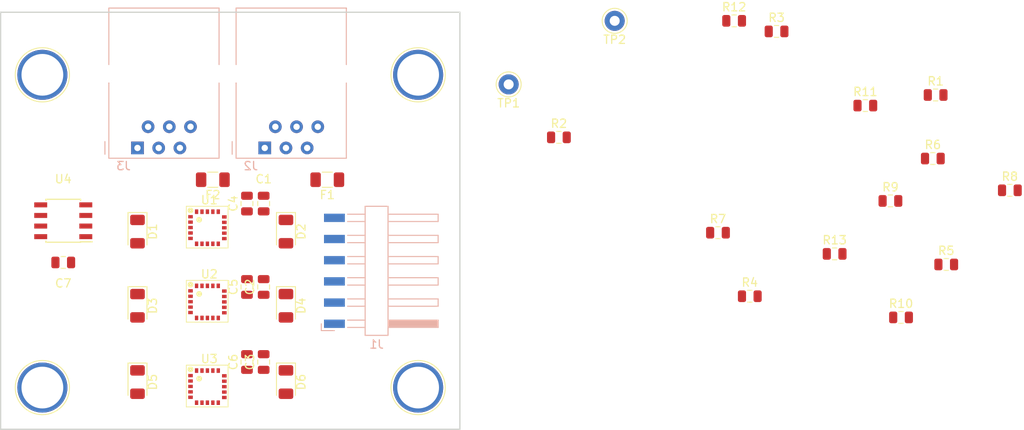
<source format=kicad_pcb>
(kicad_pcb (version 20171130) (host pcbnew "(5.0.0)")

  (general
    (thickness 1.6)
    (drawings 4)
    (tracks 0)
    (zones 0)
    (modules 41)
    (nets 58)
  )

  (page A4)
  (layers
    (0 F.Cu signal)
    (31 B.Cu signal)
    (32 B.Adhes user)
    (33 F.Adhes user)
    (34 B.Paste user)
    (35 F.Paste user)
    (36 B.SilkS user)
    (37 F.SilkS user)
    (38 B.Mask user)
    (39 F.Mask user hide)
    (40 Dwgs.User user)
    (41 Cmts.User user)
    (42 Eco1.User user)
    (43 Eco2.User user)
    (44 Edge.Cuts user)
    (45 Margin user hide)
    (46 B.CrtYd user hide)
    (47 F.CrtYd user hide)
    (48 B.Fab user hide)
    (49 F.Fab user hide)
  )

  (setup
    (last_trace_width 0.25)
    (trace_clearance 0.2)
    (zone_clearance 0.508)
    (zone_45_only no)
    (trace_min 0.2)
    (segment_width 0.2)
    (edge_width 0.15)
    (via_size 0.8)
    (via_drill 0.4)
    (via_min_size 0.4)
    (via_min_drill 0.3)
    (uvia_size 0.3)
    (uvia_drill 0.1)
    (uvias_allowed no)
    (uvia_min_size 0.2)
    (uvia_min_drill 0.1)
    (pcb_text_width 0.3)
    (pcb_text_size 1.5 1.5)
    (mod_edge_width 0.15)
    (mod_text_size 1 1)
    (mod_text_width 0.15)
    (pad_size 1.524 1.524)
    (pad_drill 0.762)
    (pad_to_mask_clearance 0.2)
    (aux_axis_origin 0 0)
    (grid_origin 33.06 40.76)
    (visible_elements 7FFFF7FF)
    (pcbplotparams
      (layerselection 0x010fc_ffffffff)
      (usegerberextensions false)
      (usegerberattributes false)
      (usegerberadvancedattributes false)
      (creategerberjobfile false)
      (excludeedgelayer true)
      (linewidth 0.100000)
      (plotframeref false)
      (viasonmask false)
      (mode 1)
      (useauxorigin false)
      (hpglpennumber 1)
      (hpglpenspeed 20)
      (hpglpendiameter 15.000000)
      (psnegative false)
      (psa4output false)
      (plotreference true)
      (plotvalue true)
      (plotinvisibletext false)
      (padsonsilk false)
      (subtractmaskfromsilk false)
      (outputformat 1)
      (mirror false)
      (drillshape 1)
      (scaleselection 1)
      (outputdirectory ""))
  )

  (net 0 "")
  (net 1 +3V3)
  (net 2 GND)
  (net 3 /LED1)
  (net 4 "Net-(D1-Pad2)")
  (net 5 "Net-(D2-Pad2)")
  (net 6 /LED2)
  (net 7 "Net-(D3-Pad2)")
  (net 8 /LED3)
  (net 9 /LED4)
  (net 10 "Net-(D4-Pad2)")
  (net 11 /LED5)
  (net 12 "Net-(D5-Pad2)")
  (net 13 "Net-(D6-Pad2)")
  (net 14 /LED6)
  (net 15 "Net-(F1-Pad2)")
  (net 16 "Net-(F2-Pad2)")
  (net 17 /DTR)
  (net 18 /TXO)
  (net 19 /RXI)
  (net 20 /CTS)
  (net 21 "Net-(R7-Pad2)")
  (net 22 "Net-(R8-Pad1)")
  (net 23 "Net-(R10-Pad2)")
  (net 24 "Net-(R11-Pad2)")
  (net 25 "Net-(R12-Pad2)")
  (net 26 "Net-(R13-Pad2)")
  (net 27 "Net-(U1-Pad1)")
  (net 28 "Net-(U1-Pad3)")
  (net 29 "Net-(U1-Pad4)")
  (net 30 "Net-(U1-Pad6)")
  (net 31 "Net-(U1-Pad9)")
  (net 32 "Net-(U1-Pad10)")
  (net 33 "Net-(U1-Pad19)")
  (net 34 "Net-(U1-Pad20)")
  (net 35 "Net-(U2-Pad1)")
  (net 36 "Net-(U2-Pad3)")
  (net 37 "Net-(U2-Pad4)")
  (net 38 "Net-(U2-Pad6)")
  (net 39 "Net-(U2-Pad8)")
  (net 40 "Net-(U2-Pad11)")
  (net 41 "Net-(U2-Pad12)")
  (net 42 "Net-(U2-Pad13)")
  (net 43 "Net-(U2-Pad19)")
  (net 44 "Net-(U2-Pad20)")
  (net 45 "Net-(U3-Pad1)")
  (net 46 "Net-(U3-Pad6)")
  (net 47 "Net-(U3-Pad20)")
  (net 48 "Net-(U3-Pad19)")
  (net 49 /~INT)
  (net 50 "Net-(U3-Pad4)")
  (net 51 "Net-(U3-Pad3)")
  (net 52 "Net-(U1-Pad5)")
  (net 53 "Net-(U1-Pad7)")
  (net 54 "Net-(U3-Pad13)")
  (net 55 "Net-(U3-Pad12)")
  (net 56 "Net-(U3-Pad11)")
  (net 57 "Net-(U3-Pad8)")

  (net_class Default "This is the default net class."
    (clearance 0.2)
    (trace_width 0.25)
    (via_dia 0.8)
    (via_drill 0.4)
    (uvia_dia 0.3)
    (uvia_drill 0.1)
    (add_net +3V3)
    (add_net /CTS)
    (add_net /DTR)
    (add_net /LED1)
    (add_net /LED2)
    (add_net /LED3)
    (add_net /LED4)
    (add_net /LED5)
    (add_net /LED6)
    (add_net /RXI)
    (add_net /TXO)
    (add_net /~INT)
    (add_net GND)
    (add_net "Net-(D1-Pad2)")
    (add_net "Net-(D2-Pad2)")
    (add_net "Net-(D3-Pad2)")
    (add_net "Net-(D4-Pad2)")
    (add_net "Net-(D5-Pad2)")
    (add_net "Net-(D6-Pad2)")
    (add_net "Net-(F1-Pad2)")
    (add_net "Net-(F2-Pad2)")
    (add_net "Net-(R10-Pad2)")
    (add_net "Net-(R11-Pad2)")
    (add_net "Net-(R12-Pad2)")
    (add_net "Net-(R13-Pad2)")
    (add_net "Net-(R7-Pad2)")
    (add_net "Net-(R8-Pad1)")
    (add_net "Net-(U1-Pad1)")
    (add_net "Net-(U1-Pad10)")
    (add_net "Net-(U1-Pad19)")
    (add_net "Net-(U1-Pad20)")
    (add_net "Net-(U1-Pad3)")
    (add_net "Net-(U1-Pad4)")
    (add_net "Net-(U1-Pad5)")
    (add_net "Net-(U1-Pad6)")
    (add_net "Net-(U1-Pad7)")
    (add_net "Net-(U1-Pad9)")
    (add_net "Net-(U2-Pad1)")
    (add_net "Net-(U2-Pad11)")
    (add_net "Net-(U2-Pad12)")
    (add_net "Net-(U2-Pad13)")
    (add_net "Net-(U2-Pad19)")
    (add_net "Net-(U2-Pad20)")
    (add_net "Net-(U2-Pad3)")
    (add_net "Net-(U2-Pad4)")
    (add_net "Net-(U2-Pad6)")
    (add_net "Net-(U2-Pad8)")
    (add_net "Net-(U3-Pad1)")
    (add_net "Net-(U3-Pad11)")
    (add_net "Net-(U3-Pad12)")
    (add_net "Net-(U3-Pad13)")
    (add_net "Net-(U3-Pad19)")
    (add_net "Net-(U3-Pad20)")
    (add_net "Net-(U3-Pad3)")
    (add_net "Net-(U3-Pad4)")
    (add_net "Net-(U3-Pad6)")
    (add_net "Net-(U3-Pad8)")
  )

  (module Capacitor_SMD:C_0805_2012Metric (layer F.Cu) (tedit 5B36C52B) (tstamp 5B7FD715)
    (at 59.56 66.1975 90)
    (descr "Capacitor SMD 0805 (2012 Metric), square (rectangular) end terminal, IPC_7351 nominal, (Body size source: https://docs.google.com/spreadsheets/d/1BsfQQcO9C6DZCsRaXUlFlo91Tg2WpOkGARC1WS5S8t0/edit?usp=sharing), generated with kicad-footprint-generator")
    (tags capacitor)
    (path /5B67641A)
    (attr smd)
    (fp_text reference C2 (at 0 -1.65 90) (layer F.SilkS)
      (effects (font (size 1 1) (thickness 0.15)))
    )
    (fp_text value 100nF (at 0 1.65 90) (layer F.Fab)
      (effects (font (size 1 1) (thickness 0.15)))
    )
    (fp_text user %R (at 0 0 90) (layer F.Fab)
      (effects (font (size 0.5 0.5) (thickness 0.08)))
    )
    (fp_line (start 1.68 0.95) (end -1.68 0.95) (layer F.CrtYd) (width 0.05))
    (fp_line (start 1.68 -0.95) (end 1.68 0.95) (layer F.CrtYd) (width 0.05))
    (fp_line (start -1.68 -0.95) (end 1.68 -0.95) (layer F.CrtYd) (width 0.05))
    (fp_line (start -1.68 0.95) (end -1.68 -0.95) (layer F.CrtYd) (width 0.05))
    (fp_line (start -0.258578 0.71) (end 0.258578 0.71) (layer F.SilkS) (width 0.12))
    (fp_line (start -0.258578 -0.71) (end 0.258578 -0.71) (layer F.SilkS) (width 0.12))
    (fp_line (start 1 0.6) (end -1 0.6) (layer F.Fab) (width 0.1))
    (fp_line (start 1 -0.6) (end 1 0.6) (layer F.Fab) (width 0.1))
    (fp_line (start -1 -0.6) (end 1 -0.6) (layer F.Fab) (width 0.1))
    (fp_line (start -1 0.6) (end -1 -0.6) (layer F.Fab) (width 0.1))
    (pad 2 smd roundrect (at 0.9375 0 90) (size 0.975 1.4) (layers F.Cu F.Paste F.Mask) (roundrect_rratio 0.25)
      (net 2 GND))
    (pad 1 smd roundrect (at -0.9375 0 90) (size 0.975 1.4) (layers F.Cu F.Paste F.Mask) (roundrect_rratio 0.25)
      (net 1 +3V3))
    (model ${KISYS3DMOD}/Capacitor_SMD.3dshapes/C_0805_2012Metric.wrl
      (at (xyz 0 0 0))
      (scale (xyz 1 1 1))
      (rotate (xyz 0 0 0))
    )
  )

  (module Capacitor_SMD:C_0805_2012Metric (layer F.Cu) (tedit 5B36C52B) (tstamp 5B7FD726)
    (at 59.56 75.1975 90)
    (descr "Capacitor SMD 0805 (2012 Metric), square (rectangular) end terminal, IPC_7351 nominal, (Body size source: https://docs.google.com/spreadsheets/d/1BsfQQcO9C6DZCsRaXUlFlo91Tg2WpOkGARC1WS5S8t0/edit?usp=sharing), generated with kicad-footprint-generator")
    (tags capacitor)
    (path /5B675E7F)
    (attr smd)
    (fp_text reference C3 (at 0 -1.65 90) (layer F.SilkS)
      (effects (font (size 1 1) (thickness 0.15)))
    )
    (fp_text value 100nF (at 0 1.65 90) (layer F.Fab)
      (effects (font (size 1 1) (thickness 0.15)))
    )
    (fp_text user %R (at 0 0 90) (layer F.Fab)
      (effects (font (size 0.5 0.5) (thickness 0.08)))
    )
    (fp_line (start 1.68 0.95) (end -1.68 0.95) (layer F.CrtYd) (width 0.05))
    (fp_line (start 1.68 -0.95) (end 1.68 0.95) (layer F.CrtYd) (width 0.05))
    (fp_line (start -1.68 -0.95) (end 1.68 -0.95) (layer F.CrtYd) (width 0.05))
    (fp_line (start -1.68 0.95) (end -1.68 -0.95) (layer F.CrtYd) (width 0.05))
    (fp_line (start -0.258578 0.71) (end 0.258578 0.71) (layer F.SilkS) (width 0.12))
    (fp_line (start -0.258578 -0.71) (end 0.258578 -0.71) (layer F.SilkS) (width 0.12))
    (fp_line (start 1 0.6) (end -1 0.6) (layer F.Fab) (width 0.1))
    (fp_line (start 1 -0.6) (end 1 0.6) (layer F.Fab) (width 0.1))
    (fp_line (start -1 -0.6) (end 1 -0.6) (layer F.Fab) (width 0.1))
    (fp_line (start -1 0.6) (end -1 -0.6) (layer F.Fab) (width 0.1))
    (pad 2 smd roundrect (at 0.9375 0 90) (size 0.975 1.4) (layers F.Cu F.Paste F.Mask) (roundrect_rratio 0.25)
      (net 2 GND))
    (pad 1 smd roundrect (at -0.9375 0 90) (size 0.975 1.4) (layers F.Cu F.Paste F.Mask) (roundrect_rratio 0.25)
      (net 1 +3V3))
    (model ${KISYS3DMOD}/Capacitor_SMD.3dshapes/C_0805_2012Metric.wrl
      (at (xyz 0 0 0))
      (scale (xyz 1 1 1))
      (rotate (xyz 0 0 0))
    )
  )

  (module Capacitor_SMD:C_0805_2012Metric (layer F.Cu) (tedit 5B36C52B) (tstamp 5B807014)
    (at 57.56 56.1975 90)
    (descr "Capacitor SMD 0805 (2012 Metric), square (rectangular) end terminal, IPC_7351 nominal, (Body size source: https://docs.google.com/spreadsheets/d/1BsfQQcO9C6DZCsRaXUlFlo91Tg2WpOkGARC1WS5S8t0/edit?usp=sharing), generated with kicad-footprint-generator")
    (tags capacitor)
    (path /5B6755CB)
    (attr smd)
    (fp_text reference C4 (at 0 -1.65 90) (layer F.SilkS)
      (effects (font (size 1 1) (thickness 0.15)))
    )
    (fp_text value 10uF (at 0 1.65 90) (layer F.Fab)
      (effects (font (size 1 1) (thickness 0.15)))
    )
    (fp_line (start -1 0.6) (end -1 -0.6) (layer F.Fab) (width 0.1))
    (fp_line (start -1 -0.6) (end 1 -0.6) (layer F.Fab) (width 0.1))
    (fp_line (start 1 -0.6) (end 1 0.6) (layer F.Fab) (width 0.1))
    (fp_line (start 1 0.6) (end -1 0.6) (layer F.Fab) (width 0.1))
    (fp_line (start -0.258578 -0.71) (end 0.258578 -0.71) (layer F.SilkS) (width 0.12))
    (fp_line (start -0.258578 0.71) (end 0.258578 0.71) (layer F.SilkS) (width 0.12))
    (fp_line (start -1.68 0.95) (end -1.68 -0.95) (layer F.CrtYd) (width 0.05))
    (fp_line (start -1.68 -0.95) (end 1.68 -0.95) (layer F.CrtYd) (width 0.05))
    (fp_line (start 1.68 -0.95) (end 1.68 0.95) (layer F.CrtYd) (width 0.05))
    (fp_line (start 1.68 0.95) (end -1.68 0.95) (layer F.CrtYd) (width 0.05))
    (fp_text user %R (at 0 0 90) (layer F.Fab)
      (effects (font (size 0.5 0.5) (thickness 0.08)))
    )
    (pad 1 smd roundrect (at -0.9375 0 90) (size 0.975 1.4) (layers F.Cu F.Paste F.Mask) (roundrect_rratio 0.25)
      (net 1 +3V3))
    (pad 2 smd roundrect (at 0.9375 0 90) (size 0.975 1.4) (layers F.Cu F.Paste F.Mask) (roundrect_rratio 0.25)
      (net 2 GND))
    (model ${KISYS3DMOD}/Capacitor_SMD.3dshapes/C_0805_2012Metric.wrl
      (at (xyz 0 0 0))
      (scale (xyz 1 1 1))
      (rotate (xyz 0 0 0))
    )
  )

  (module Capacitor_SMD:C_0805_2012Metric (layer F.Cu) (tedit 5B36C52B) (tstamp 5B7FD748)
    (at 57.56 66.1975 90)
    (descr "Capacitor SMD 0805 (2012 Metric), square (rectangular) end terminal, IPC_7351 nominal, (Body size source: https://docs.google.com/spreadsheets/d/1BsfQQcO9C6DZCsRaXUlFlo91Tg2WpOkGARC1WS5S8t0/edit?usp=sharing), generated with kicad-footprint-generator")
    (tags capacitor)
    (path /5B676420)
    (attr smd)
    (fp_text reference C5 (at 0 -1.65 90) (layer F.SilkS)
      (effects (font (size 1 1) (thickness 0.15)))
    )
    (fp_text value 10uF (at 0 1.65 90) (layer F.Fab)
      (effects (font (size 1 1) (thickness 0.15)))
    )
    (fp_line (start -1 0.6) (end -1 -0.6) (layer F.Fab) (width 0.1))
    (fp_line (start -1 -0.6) (end 1 -0.6) (layer F.Fab) (width 0.1))
    (fp_line (start 1 -0.6) (end 1 0.6) (layer F.Fab) (width 0.1))
    (fp_line (start 1 0.6) (end -1 0.6) (layer F.Fab) (width 0.1))
    (fp_line (start -0.258578 -0.71) (end 0.258578 -0.71) (layer F.SilkS) (width 0.12))
    (fp_line (start -0.258578 0.71) (end 0.258578 0.71) (layer F.SilkS) (width 0.12))
    (fp_line (start -1.68 0.95) (end -1.68 -0.95) (layer F.CrtYd) (width 0.05))
    (fp_line (start -1.68 -0.95) (end 1.68 -0.95) (layer F.CrtYd) (width 0.05))
    (fp_line (start 1.68 -0.95) (end 1.68 0.95) (layer F.CrtYd) (width 0.05))
    (fp_line (start 1.68 0.95) (end -1.68 0.95) (layer F.CrtYd) (width 0.05))
    (fp_text user %R (at 0 0 90) (layer F.Fab)
      (effects (font (size 0.5 0.5) (thickness 0.08)))
    )
    (pad 1 smd roundrect (at -0.9375 0 90) (size 0.975 1.4) (layers F.Cu F.Paste F.Mask) (roundrect_rratio 0.25)
      (net 1 +3V3))
    (pad 2 smd roundrect (at 0.9375 0 90) (size 0.975 1.4) (layers F.Cu F.Paste F.Mask) (roundrect_rratio 0.25)
      (net 2 GND))
    (model ${KISYS3DMOD}/Capacitor_SMD.3dshapes/C_0805_2012Metric.wrl
      (at (xyz 0 0 0))
      (scale (xyz 1 1 1))
      (rotate (xyz 0 0 0))
    )
  )

  (module Capacitor_SMD:C_0805_2012Metric (layer F.Cu) (tedit 5B36C52B) (tstamp 5B7FD759)
    (at 57.56 75.1975 90)
    (descr "Capacitor SMD 0805 (2012 Metric), square (rectangular) end terminal, IPC_7351 nominal, (Body size source: https://docs.google.com/spreadsheets/d/1BsfQQcO9C6DZCsRaXUlFlo91Tg2WpOkGARC1WS5S8t0/edit?usp=sharing), generated with kicad-footprint-generator")
    (tags capacitor)
    (path /5B675E85)
    (attr smd)
    (fp_text reference C6 (at 0 -1.65 90) (layer F.SilkS)
      (effects (font (size 1 1) (thickness 0.15)))
    )
    (fp_text value 10uF (at 0 1.65 90) (layer F.Fab)
      (effects (font (size 1 1) (thickness 0.15)))
    )
    (fp_line (start -1 0.6) (end -1 -0.6) (layer F.Fab) (width 0.1))
    (fp_line (start -1 -0.6) (end 1 -0.6) (layer F.Fab) (width 0.1))
    (fp_line (start 1 -0.6) (end 1 0.6) (layer F.Fab) (width 0.1))
    (fp_line (start 1 0.6) (end -1 0.6) (layer F.Fab) (width 0.1))
    (fp_line (start -0.258578 -0.71) (end 0.258578 -0.71) (layer F.SilkS) (width 0.12))
    (fp_line (start -0.258578 0.71) (end 0.258578 0.71) (layer F.SilkS) (width 0.12))
    (fp_line (start -1.68 0.95) (end -1.68 -0.95) (layer F.CrtYd) (width 0.05))
    (fp_line (start -1.68 -0.95) (end 1.68 -0.95) (layer F.CrtYd) (width 0.05))
    (fp_line (start 1.68 -0.95) (end 1.68 0.95) (layer F.CrtYd) (width 0.05))
    (fp_line (start 1.68 0.95) (end -1.68 0.95) (layer F.CrtYd) (width 0.05))
    (fp_text user %R (at 0 0 90) (layer F.Fab)
      (effects (font (size 0.5 0.5) (thickness 0.08)))
    )
    (pad 1 smd roundrect (at -0.9375 0 90) (size 0.975 1.4) (layers F.Cu F.Paste F.Mask) (roundrect_rratio 0.25)
      (net 1 +3V3))
    (pad 2 smd roundrect (at 0.9375 0 90) (size 0.975 1.4) (layers F.Cu F.Paste F.Mask) (roundrect_rratio 0.25)
      (net 2 GND))
    (model ${KISYS3DMOD}/Capacitor_SMD.3dshapes/C_0805_2012Metric.wrl
      (at (xyz 0 0 0))
      (scale (xyz 1 1 1))
      (rotate (xyz 0 0 0))
    )
  )

  (module Capacitor_SMD:C_0805_2012Metric (layer F.Cu) (tedit 5B36C52B) (tstamp 5B7FD76A)
    (at 35.56 63.26)
    (descr "Capacitor SMD 0805 (2012 Metric), square (rectangular) end terminal, IPC_7351 nominal, (Body size source: https://docs.google.com/spreadsheets/d/1BsfQQcO9C6DZCsRaXUlFlo91Tg2WpOkGARC1WS5S8t0/edit?usp=sharing), generated with kicad-footprint-generator")
    (tags capacitor)
    (path /5B6C0FE3)
    (attr smd)
    (fp_text reference C7 (at 0 2.5) (layer F.SilkS)
      (effects (font (size 1 1) (thickness 0.15)))
    )
    (fp_text value 1uF (at 0 1.65) (layer F.Fab)
      (effects (font (size 1 1) (thickness 0.15)))
    )
    (fp_text user %R (at 0 0) (layer F.Fab)
      (effects (font (size 0.5 0.5) (thickness 0.08)))
    )
    (fp_line (start 1.68 0.95) (end -1.68 0.95) (layer F.CrtYd) (width 0.05))
    (fp_line (start 1.68 -0.95) (end 1.68 0.95) (layer F.CrtYd) (width 0.05))
    (fp_line (start -1.68 -0.95) (end 1.68 -0.95) (layer F.CrtYd) (width 0.05))
    (fp_line (start -1.68 0.95) (end -1.68 -0.95) (layer F.CrtYd) (width 0.05))
    (fp_line (start -0.258578 0.71) (end 0.258578 0.71) (layer F.SilkS) (width 0.12))
    (fp_line (start -0.258578 -0.71) (end 0.258578 -0.71) (layer F.SilkS) (width 0.12))
    (fp_line (start 1 0.6) (end -1 0.6) (layer F.Fab) (width 0.1))
    (fp_line (start 1 -0.6) (end 1 0.6) (layer F.Fab) (width 0.1))
    (fp_line (start -1 -0.6) (end 1 -0.6) (layer F.Fab) (width 0.1))
    (fp_line (start -1 0.6) (end -1 -0.6) (layer F.Fab) (width 0.1))
    (pad 2 smd roundrect (at 0.9375 0) (size 0.975 1.4) (layers F.Cu F.Paste F.Mask) (roundrect_rratio 0.25)
      (net 2 GND))
    (pad 1 smd roundrect (at -0.9375 0) (size 0.975 1.4) (layers F.Cu F.Paste F.Mask) (roundrect_rratio 0.25)
      (net 1 +3V3))
    (model ${KISYS3DMOD}/Capacitor_SMD.3dshapes/C_0805_2012Metric.wrl
      (at (xyz 0 0 0))
      (scale (xyz 1 1 1))
      (rotate (xyz 0 0 0))
    )
  )

  (module LED_SMD:LED_1206_3216Metric (layer F.Cu) (tedit 5B301BBE) (tstamp 5B8007DB)
    (at 44.45 59.56 270)
    (descr "LED SMD 1206 (3216 Metric), square (rectangular) end terminal, IPC_7351 nominal, (Body size source: http://www.tortai-tech.com/upload/download/2011102023233369053.pdf), generated with kicad-footprint-generator")
    (tags diode)
    (path /5B69C485)
    (attr smd)
    (fp_text reference D1 (at 0 -1.82 270) (layer F.SilkS)
      (effects (font (size 1 1) (thickness 0.15)))
    )
    (fp_text value LED_Small (at 0 1.82 270) (layer F.Fab)
      (effects (font (size 1 1) (thickness 0.15)))
    )
    (fp_line (start 1.6 -0.8) (end -1.2 -0.8) (layer F.Fab) (width 0.1))
    (fp_line (start -1.2 -0.8) (end -1.6 -0.4) (layer F.Fab) (width 0.1))
    (fp_line (start -1.6 -0.4) (end -1.6 0.8) (layer F.Fab) (width 0.1))
    (fp_line (start -1.6 0.8) (end 1.6 0.8) (layer F.Fab) (width 0.1))
    (fp_line (start 1.6 0.8) (end 1.6 -0.8) (layer F.Fab) (width 0.1))
    (fp_line (start 1.6 -1.135) (end -2.285 -1.135) (layer F.SilkS) (width 0.12))
    (fp_line (start -2.285 -1.135) (end -2.285 1.135) (layer F.SilkS) (width 0.12))
    (fp_line (start -2.285 1.135) (end 1.6 1.135) (layer F.SilkS) (width 0.12))
    (fp_line (start -2.28 1.12) (end -2.28 -1.12) (layer F.CrtYd) (width 0.05))
    (fp_line (start -2.28 -1.12) (end 2.28 -1.12) (layer F.CrtYd) (width 0.05))
    (fp_line (start 2.28 -1.12) (end 2.28 1.12) (layer F.CrtYd) (width 0.05))
    (fp_line (start 2.28 1.12) (end -2.28 1.12) (layer F.CrtYd) (width 0.05))
    (fp_text user %R (at -0.13 0 270) (layer F.Fab)
      (effects (font (size 0.8 0.8) (thickness 0.12)))
    )
    (pad 1 smd roundrect (at -1.4 0 270) (size 1.25 1.75) (layers F.Cu F.Paste F.Mask) (roundrect_rratio 0.2)
      (net 3 /LED1))
    (pad 2 smd roundrect (at 1.4 0 270) (size 1.25 1.75) (layers F.Cu F.Paste F.Mask) (roundrect_rratio 0.2)
      (net 4 "Net-(D1-Pad2)"))
    (model ${KISYS3DMOD}/LED_SMD.3dshapes/LED_1206_3216Metric.wrl
      (at (xyz 0 0 0))
      (scale (xyz 1 1 1))
      (rotate (xyz 0 0 0))
    )
  )

  (module LED_SMD:LED_1206_3216Metric (layer F.Cu) (tedit 5B301BBE) (tstamp 5B7FFC7A)
    (at 62.23 59.56 270)
    (descr "LED SMD 1206 (3216 Metric), square (rectangular) end terminal, IPC_7351 nominal, (Body size source: http://www.tortai-tech.com/upload/download/2011102023233369053.pdf), generated with kicad-footprint-generator")
    (tags diode)
    (path /5B69C4F7)
    (attr smd)
    (fp_text reference D2 (at 0 -1.82 270) (layer F.SilkS)
      (effects (font (size 1 1) (thickness 0.15)))
    )
    (fp_text value LED_Small (at 0 1.82 270) (layer F.Fab)
      (effects (font (size 1 1) (thickness 0.15)))
    )
    (fp_text user %R (at 0 0 270) (layer F.Fab)
      (effects (font (size 0.8 0.8) (thickness 0.12)))
    )
    (fp_line (start 2.28 1.12) (end -2.28 1.12) (layer F.CrtYd) (width 0.05))
    (fp_line (start 2.28 -1.12) (end 2.28 1.12) (layer F.CrtYd) (width 0.05))
    (fp_line (start -2.28 -1.12) (end 2.28 -1.12) (layer F.CrtYd) (width 0.05))
    (fp_line (start -2.28 1.12) (end -2.28 -1.12) (layer F.CrtYd) (width 0.05))
    (fp_line (start -2.285 1.135) (end 1.6 1.135) (layer F.SilkS) (width 0.12))
    (fp_line (start -2.285 -1.135) (end -2.285 1.135) (layer F.SilkS) (width 0.12))
    (fp_line (start 1.6 -1.135) (end -2.285 -1.135) (layer F.SilkS) (width 0.12))
    (fp_line (start 1.6 0.8) (end 1.6 -0.8) (layer F.Fab) (width 0.1))
    (fp_line (start -1.6 0.8) (end 1.6 0.8) (layer F.Fab) (width 0.1))
    (fp_line (start -1.6 -0.4) (end -1.6 0.8) (layer F.Fab) (width 0.1))
    (fp_line (start -1.2 -0.8) (end -1.6 -0.4) (layer F.Fab) (width 0.1))
    (fp_line (start 1.6 -0.8) (end -1.2 -0.8) (layer F.Fab) (width 0.1))
    (pad 2 smd roundrect (at 1.4 0 270) (size 1.25 1.75) (layers F.Cu F.Paste F.Mask) (roundrect_rratio 0.2)
      (net 5 "Net-(D2-Pad2)"))
    (pad 1 smd roundrect (at -1.4 0 270) (size 1.25 1.75) (layers F.Cu F.Paste F.Mask) (roundrect_rratio 0.2)
      (net 6 /LED2))
    (model ${KISYS3DMOD}/LED_SMD.3dshapes/LED_1206_3216Metric.wrl
      (at (xyz 0 0 0))
      (scale (xyz 1 1 1))
      (rotate (xyz 0 0 0))
    )
  )

  (module LED_SMD:LED_1206_3216Metric (layer F.Cu) (tedit 5B301BBE) (tstamp 5B7FF2E8)
    (at 44.45 68.45 270)
    (descr "LED SMD 1206 (3216 Metric), square (rectangular) end terminal, IPC_7351 nominal, (Body size source: http://www.tortai-tech.com/upload/download/2011102023233369053.pdf), generated with kicad-footprint-generator")
    (tags diode)
    (path /5B6AEF9D)
    (attr smd)
    (fp_text reference D3 (at 0 -1.82 270) (layer F.SilkS)
      (effects (font (size 1 1) (thickness 0.15)))
    )
    (fp_text value LED_Small (at 0 1.82 270) (layer F.Fab)
      (effects (font (size 1 1) (thickness 0.15)))
    )
    (fp_text user %R (at 0 0 270) (layer F.Fab)
      (effects (font (size 0.8 0.8) (thickness 0.12)))
    )
    (fp_line (start 2.28 1.12) (end -2.28 1.12) (layer F.CrtYd) (width 0.05))
    (fp_line (start 2.28 -1.12) (end 2.28 1.12) (layer F.CrtYd) (width 0.05))
    (fp_line (start -2.28 -1.12) (end 2.28 -1.12) (layer F.CrtYd) (width 0.05))
    (fp_line (start -2.28 1.12) (end -2.28 -1.12) (layer F.CrtYd) (width 0.05))
    (fp_line (start -2.285 1.135) (end 1.6 1.135) (layer F.SilkS) (width 0.12))
    (fp_line (start -2.285 -1.135) (end -2.285 1.135) (layer F.SilkS) (width 0.12))
    (fp_line (start 1.6 -1.135) (end -2.285 -1.135) (layer F.SilkS) (width 0.12))
    (fp_line (start 1.6 0.8) (end 1.6 -0.8) (layer F.Fab) (width 0.1))
    (fp_line (start -1.6 0.8) (end 1.6 0.8) (layer F.Fab) (width 0.1))
    (fp_line (start -1.6 -0.4) (end -1.6 0.8) (layer F.Fab) (width 0.1))
    (fp_line (start -1.2 -0.8) (end -1.6 -0.4) (layer F.Fab) (width 0.1))
    (fp_line (start 1.6 -0.8) (end -1.2 -0.8) (layer F.Fab) (width 0.1))
    (pad 2 smd roundrect (at 1.4 0 270) (size 1.25 1.75) (layers F.Cu F.Paste F.Mask) (roundrect_rratio 0.2)
      (net 7 "Net-(D3-Pad2)"))
    (pad 1 smd roundrect (at -1.4 0 270) (size 1.25 1.75) (layers F.Cu F.Paste F.Mask) (roundrect_rratio 0.2)
      (net 8 /LED3))
    (model ${KISYS3DMOD}/LED_SMD.3dshapes/LED_1206_3216Metric.wrl
      (at (xyz 0 0 0))
      (scale (xyz 1 1 1))
      (rotate (xyz 0 0 0))
    )
  )

  (module LED_SMD:LED_1206_3216Metric (layer F.Cu) (tedit 5B301BBE) (tstamp 5B8000FD)
    (at 62.23 68.45 270)
    (descr "LED SMD 1206 (3216 Metric), square (rectangular) end terminal, IPC_7351 nominal, (Body size source: http://www.tortai-tech.com/upload/download/2011102023233369053.pdf), generated with kicad-footprint-generator")
    (tags diode)
    (path /5B6AEFA3)
    (attr smd)
    (fp_text reference D4 (at 0 -1.82 270) (layer F.SilkS)
      (effects (font (size 1 1) (thickness 0.15)))
    )
    (fp_text value LED_Small (at 0 1.82 270) (layer F.Fab)
      (effects (font (size 1 1) (thickness 0.15)))
    )
    (fp_line (start 1.6 -0.8) (end -1.2 -0.8) (layer F.Fab) (width 0.1))
    (fp_line (start -1.2 -0.8) (end -1.6 -0.4) (layer F.Fab) (width 0.1))
    (fp_line (start -1.6 -0.4) (end -1.6 0.8) (layer F.Fab) (width 0.1))
    (fp_line (start -1.6 0.8) (end 1.6 0.8) (layer F.Fab) (width 0.1))
    (fp_line (start 1.6 0.8) (end 1.6 -0.8) (layer F.Fab) (width 0.1))
    (fp_line (start 1.6 -1.135) (end -2.285 -1.135) (layer F.SilkS) (width 0.12))
    (fp_line (start -2.285 -1.135) (end -2.285 1.135) (layer F.SilkS) (width 0.12))
    (fp_line (start -2.285 1.135) (end 1.6 1.135) (layer F.SilkS) (width 0.12))
    (fp_line (start -2.28 1.12) (end -2.28 -1.12) (layer F.CrtYd) (width 0.05))
    (fp_line (start -2.28 -1.12) (end 2.28 -1.12) (layer F.CrtYd) (width 0.05))
    (fp_line (start 2.28 -1.12) (end 2.28 1.12) (layer F.CrtYd) (width 0.05))
    (fp_line (start 2.28 1.12) (end -2.28 1.12) (layer F.CrtYd) (width 0.05))
    (fp_text user %R (at 0 0 270) (layer F.Fab)
      (effects (font (size 0.8 0.8) (thickness 0.12)))
    )
    (pad 1 smd roundrect (at -1.4 0 270) (size 1.25 1.75) (layers F.Cu F.Paste F.Mask) (roundrect_rratio 0.2)
      (net 9 /LED4))
    (pad 2 smd roundrect (at 1.4 0 270) (size 1.25 1.75) (layers F.Cu F.Paste F.Mask) (roundrect_rratio 0.2)
      (net 10 "Net-(D4-Pad2)"))
    (model ${KISYS3DMOD}/LED_SMD.3dshapes/LED_1206_3216Metric.wrl
      (at (xyz 0 0 0))
      (scale (xyz 1 1 1))
      (rotate (xyz 0 0 0))
    )
  )

  (module LED_SMD:LED_1206_3216Metric (layer F.Cu) (tedit 5B301BBE) (tstamp 5B7FD7C9)
    (at 44.45 77.6 270)
    (descr "LED SMD 1206 (3216 Metric), square (rectangular) end terminal, IPC_7351 nominal, (Body size source: http://www.tortai-tech.com/upload/download/2011102023233369053.pdf), generated with kicad-footprint-generator")
    (tags diode)
    (path /5B6B2F6A)
    (attr smd)
    (fp_text reference D5 (at 0 -1.82 270) (layer F.SilkS)
      (effects (font (size 1 1) (thickness 0.15)))
    )
    (fp_text value LED_Small (at 0 1.82 270) (layer F.Fab)
      (effects (font (size 1 1) (thickness 0.15)))
    )
    (fp_line (start 1.6 -0.8) (end -1.2 -0.8) (layer F.Fab) (width 0.1))
    (fp_line (start -1.2 -0.8) (end -1.6 -0.4) (layer F.Fab) (width 0.1))
    (fp_line (start -1.6 -0.4) (end -1.6 0.8) (layer F.Fab) (width 0.1))
    (fp_line (start -1.6 0.8) (end 1.6 0.8) (layer F.Fab) (width 0.1))
    (fp_line (start 1.6 0.8) (end 1.6 -0.8) (layer F.Fab) (width 0.1))
    (fp_line (start 1.6 -1.135) (end -2.285 -1.135) (layer F.SilkS) (width 0.12))
    (fp_line (start -2.285 -1.135) (end -2.285 1.135) (layer F.SilkS) (width 0.12))
    (fp_line (start -2.285 1.135) (end 1.6 1.135) (layer F.SilkS) (width 0.12))
    (fp_line (start -2.28 1.12) (end -2.28 -1.12) (layer F.CrtYd) (width 0.05))
    (fp_line (start -2.28 -1.12) (end 2.28 -1.12) (layer F.CrtYd) (width 0.05))
    (fp_line (start 2.28 -1.12) (end 2.28 1.12) (layer F.CrtYd) (width 0.05))
    (fp_line (start 2.28 1.12) (end -2.28 1.12) (layer F.CrtYd) (width 0.05))
    (fp_text user %R (at 0 0 270) (layer F.Fab)
      (effects (font (size 0.8 0.8) (thickness 0.12)))
    )
    (pad 1 smd roundrect (at -1.4 0 270) (size 1.25 1.75) (layers F.Cu F.Paste F.Mask) (roundrect_rratio 0.2)
      (net 11 /LED5))
    (pad 2 smd roundrect (at 1.4 0 270) (size 1.25 1.75) (layers F.Cu F.Paste F.Mask) (roundrect_rratio 0.2)
      (net 12 "Net-(D5-Pad2)"))
    (model ${KISYS3DMOD}/LED_SMD.3dshapes/LED_1206_3216Metric.wrl
      (at (xyz 0 0 0))
      (scale (xyz 1 1 1))
      (rotate (xyz 0 0 0))
    )
  )

  (module LED_SMD:LED_1206_3216Metric (layer F.Cu) (tedit 5B301BBE) (tstamp 5B7FD7DC)
    (at 62.23 77.6 270)
    (descr "LED SMD 1206 (3216 Metric), square (rectangular) end terminal, IPC_7351 nominal, (Body size source: http://www.tortai-tech.com/upload/download/2011102023233369053.pdf), generated with kicad-footprint-generator")
    (tags diode)
    (path /5B6B2F70)
    (attr smd)
    (fp_text reference D6 (at 0 -1.82 270) (layer F.SilkS)
      (effects (font (size 1 1) (thickness 0.15)))
    )
    (fp_text value LED_Small (at 0 1.82 270) (layer F.Fab)
      (effects (font (size 1 1) (thickness 0.15)))
    )
    (fp_text user %R (at 0 0 270) (layer F.Fab)
      (effects (font (size 0.8 0.8) (thickness 0.12)))
    )
    (fp_line (start 2.28 1.12) (end -2.28 1.12) (layer F.CrtYd) (width 0.05))
    (fp_line (start 2.28 -1.12) (end 2.28 1.12) (layer F.CrtYd) (width 0.05))
    (fp_line (start -2.28 -1.12) (end 2.28 -1.12) (layer F.CrtYd) (width 0.05))
    (fp_line (start -2.28 1.12) (end -2.28 -1.12) (layer F.CrtYd) (width 0.05))
    (fp_line (start -2.285 1.135) (end 1.6 1.135) (layer F.SilkS) (width 0.12))
    (fp_line (start -2.285 -1.135) (end -2.285 1.135) (layer F.SilkS) (width 0.12))
    (fp_line (start 1.6 -1.135) (end -2.285 -1.135) (layer F.SilkS) (width 0.12))
    (fp_line (start 1.6 0.8) (end 1.6 -0.8) (layer F.Fab) (width 0.1))
    (fp_line (start -1.6 0.8) (end 1.6 0.8) (layer F.Fab) (width 0.1))
    (fp_line (start -1.6 -0.4) (end -1.6 0.8) (layer F.Fab) (width 0.1))
    (fp_line (start -1.2 -0.8) (end -1.6 -0.4) (layer F.Fab) (width 0.1))
    (fp_line (start 1.6 -0.8) (end -1.2 -0.8) (layer F.Fab) (width 0.1))
    (pad 2 smd roundrect (at 1.4 0 270) (size 1.25 1.75) (layers F.Cu F.Paste F.Mask) (roundrect_rratio 0.2)
      (net 13 "Net-(D6-Pad2)"))
    (pad 1 smd roundrect (at -1.4 0 270) (size 1.25 1.75) (layers F.Cu F.Paste F.Mask) (roundrect_rratio 0.2)
      (net 14 /LED6))
    (model ${KISYS3DMOD}/LED_SMD.3dshapes/LED_1206_3216Metric.wrl
      (at (xyz 0 0 0))
      (scale (xyz 1 1 1))
      (rotate (xyz 0 0 0))
    )
  )

  (module Capacitor_SMD:C_1206_3216Metric (layer F.Cu) (tedit 5B301BBE) (tstamp 5B7FF971)
    (at 67.18 53.34 180)
    (descr "Capacitor SMD 1206 (3216 Metric), square (rectangular) end terminal, IPC_7351 nominal, (Body size source: http://www.tortai-tech.com/upload/download/2011102023233369053.pdf), generated with kicad-footprint-generator")
    (tags capacitor)
    (path /5B7A1786)
    (attr smd)
    (fp_text reference F1 (at 0 -1.82 180) (layer F.SilkS)
      (effects (font (size 1 1) (thickness 0.15)))
    )
    (fp_text value Polyfuse (at 0 1.82 180) (layer F.Fab)
      (effects (font (size 1 1) (thickness 0.15)))
    )
    (fp_line (start -1.6 0.8) (end -1.6 -0.8) (layer F.Fab) (width 0.1))
    (fp_line (start -1.6 -0.8) (end 1.6 -0.8) (layer F.Fab) (width 0.1))
    (fp_line (start 1.6 -0.8) (end 1.6 0.8) (layer F.Fab) (width 0.1))
    (fp_line (start 1.6 0.8) (end -1.6 0.8) (layer F.Fab) (width 0.1))
    (fp_line (start -0.602064 -0.91) (end 0.602064 -0.91) (layer F.SilkS) (width 0.12))
    (fp_line (start -0.602064 0.91) (end 0.602064 0.91) (layer F.SilkS) (width 0.12))
    (fp_line (start -2.28 1.12) (end -2.28 -1.12) (layer F.CrtYd) (width 0.05))
    (fp_line (start -2.28 -1.12) (end 2.28 -1.12) (layer F.CrtYd) (width 0.05))
    (fp_line (start 2.28 -1.12) (end 2.28 1.12) (layer F.CrtYd) (width 0.05))
    (fp_line (start 2.28 1.12) (end -2.28 1.12) (layer F.CrtYd) (width 0.05))
    (fp_text user %R (at 0 0 180) (layer F.Fab)
      (effects (font (size 0.8 0.8) (thickness 0.12)))
    )
    (pad 1 smd roundrect (at -1.4 0 180) (size 1.25 1.75) (layers F.Cu F.Paste F.Mask) (roundrect_rratio 0.2)
      (net 1 +3V3))
    (pad 2 smd roundrect (at 1.4 0 180) (size 1.25 1.75) (layers F.Cu F.Paste F.Mask) (roundrect_rratio 0.2)
      (net 15 "Net-(F1-Pad2)"))
    (model ${KISYS3DMOD}/Capacitor_SMD.3dshapes/C_1206_3216Metric.wrl
      (at (xyz 0 0 0))
      (scale (xyz 1 1 1))
      (rotate (xyz 0 0 0))
    )
  )

  (module Capacitor_SMD:C_1206_3216Metric (layer F.Cu) (tedit 5B301BBE) (tstamp 5B80042E)
    (at 53.47 53.34 180)
    (descr "Capacitor SMD 1206 (3216 Metric), square (rectangular) end terminal, IPC_7351 nominal, (Body size source: http://www.tortai-tech.com/upload/download/2011102023233369053.pdf), generated with kicad-footprint-generator")
    (tags capacitor)
    (path /5B797128)
    (attr smd)
    (fp_text reference F2 (at 0 -1.82 180) (layer F.SilkS)
      (effects (font (size 1 1) (thickness 0.15)))
    )
    (fp_text value Polyfuse (at 0 1.82 180) (layer F.Fab)
      (effects (font (size 1 1) (thickness 0.15)))
    )
    (fp_text user %R (at 0 0 180) (layer F.Fab)
      (effects (font (size 0.8 0.8) (thickness 0.12)))
    )
    (fp_line (start 2.28 1.12) (end -2.28 1.12) (layer F.CrtYd) (width 0.05))
    (fp_line (start 2.28 -1.12) (end 2.28 1.12) (layer F.CrtYd) (width 0.05))
    (fp_line (start -2.28 -1.12) (end 2.28 -1.12) (layer F.CrtYd) (width 0.05))
    (fp_line (start -2.28 1.12) (end -2.28 -1.12) (layer F.CrtYd) (width 0.05))
    (fp_line (start -0.602064 0.91) (end 0.602064 0.91) (layer F.SilkS) (width 0.12))
    (fp_line (start -0.602064 -0.91) (end 0.602064 -0.91) (layer F.SilkS) (width 0.12))
    (fp_line (start 1.6 0.8) (end -1.6 0.8) (layer F.Fab) (width 0.1))
    (fp_line (start 1.6 -0.8) (end 1.6 0.8) (layer F.Fab) (width 0.1))
    (fp_line (start -1.6 -0.8) (end 1.6 -0.8) (layer F.Fab) (width 0.1))
    (fp_line (start -1.6 0.8) (end -1.6 -0.8) (layer F.Fab) (width 0.1))
    (pad 2 smd roundrect (at 1.4 0 180) (size 1.25 1.75) (layers F.Cu F.Paste F.Mask) (roundrect_rratio 0.2)
      (net 16 "Net-(F2-Pad2)"))
    (pad 1 smd roundrect (at -1.4 0 180) (size 1.25 1.75) (layers F.Cu F.Paste F.Mask) (roundrect_rratio 0.2)
      (net 1 +3V3))
    (model ${KISYS3DMOD}/Capacitor_SMD.3dshapes/C_1206_3216Metric.wrl
      (at (xyz 0 0 0))
      (scale (xyz 1 1 1))
      (rotate (xyz 0 0 0))
    )
  )

  (module Connector_Harwin:Harwin_M20-89006xx_1x06_P2.54mm_Horizontal (layer B.Cu) (tedit 5B154A07) (tstamp 5B7FE295)
    (at 73.56 64.26)
    (descr "Harwin Male Horizontal Surface Mount Single Row 2.54mm (0.1 inch) Pitch PCB Connector, M20-89006xx, 6 Pins per row (https://cdn.harwin.com/pdfs/M20-890.pdf), generated with kicad-footprint-generator")
    (tags "connector Harwin M20-890 horizontal")
    (path /5B67E7F5)
    (attr smd)
    (fp_text reference J1 (at -0.48 8.82) (layer B.SilkS)
      (effects (font (size 1 1) (thickness 0.15)) (justify mirror))
    )
    (fp_text value Conn_01x06_Male (at -0.48 -8.82) (layer B.Fab)
      (effects (font (size 1 1) (thickness 0.15)) (justify mirror))
    )
    (fp_line (start -1.725 6.67) (end -6.425 6.67) (layer B.Fab) (width 0.1))
    (fp_line (start -6.425 6.67) (end -6.425 6.03) (layer B.Fab) (width 0.1))
    (fp_line (start -6.425 6.03) (end -1.725 6.03) (layer B.Fab) (width 0.1))
    (fp_line (start 0.775 6.67) (end 6.775 6.67) (layer B.Fab) (width 0.1))
    (fp_line (start 6.775 6.67) (end 6.775 6.03) (layer B.Fab) (width 0.1))
    (fp_line (start 6.775 6.03) (end 0.775 6.03) (layer B.Fab) (width 0.1))
    (fp_line (start -1.725 4.13) (end -6.425 4.13) (layer B.Fab) (width 0.1))
    (fp_line (start -6.425 4.13) (end -6.425 3.49) (layer B.Fab) (width 0.1))
    (fp_line (start -6.425 3.49) (end -1.725 3.49) (layer B.Fab) (width 0.1))
    (fp_line (start 0.775 4.13) (end 6.775 4.13) (layer B.Fab) (width 0.1))
    (fp_line (start 6.775 4.13) (end 6.775 3.49) (layer B.Fab) (width 0.1))
    (fp_line (start 6.775 3.49) (end 0.775 3.49) (layer B.Fab) (width 0.1))
    (fp_line (start -1.725 1.59) (end -6.425 1.59) (layer B.Fab) (width 0.1))
    (fp_line (start -6.425 1.59) (end -6.425 0.95) (layer B.Fab) (width 0.1))
    (fp_line (start -6.425 0.95) (end -1.725 0.95) (layer B.Fab) (width 0.1))
    (fp_line (start 0.775 1.59) (end 6.775 1.59) (layer B.Fab) (width 0.1))
    (fp_line (start 6.775 1.59) (end 6.775 0.95) (layer B.Fab) (width 0.1))
    (fp_line (start 6.775 0.95) (end 0.775 0.95) (layer B.Fab) (width 0.1))
    (fp_line (start -1.725 -0.95) (end -6.425 -0.95) (layer B.Fab) (width 0.1))
    (fp_line (start -6.425 -0.95) (end -6.425 -1.59) (layer B.Fab) (width 0.1))
    (fp_line (start -6.425 -1.59) (end -1.725 -1.59) (layer B.Fab) (width 0.1))
    (fp_line (start 0.775 -0.95) (end 6.775 -0.95) (layer B.Fab) (width 0.1))
    (fp_line (start 6.775 -0.95) (end 6.775 -1.59) (layer B.Fab) (width 0.1))
    (fp_line (start 6.775 -1.59) (end 0.775 -1.59) (layer B.Fab) (width 0.1))
    (fp_line (start -1.725 -3.49) (end -6.425 -3.49) (layer B.Fab) (width 0.1))
    (fp_line (start -6.425 -3.49) (end -6.425 -4.13) (layer B.Fab) (width 0.1))
    (fp_line (start -6.425 -4.13) (end -1.725 -4.13) (layer B.Fab) (width 0.1))
    (fp_line (start 0.775 -3.49) (end 6.775 -3.49) (layer B.Fab) (width 0.1))
    (fp_line (start 6.775 -3.49) (end 6.775 -4.13) (layer B.Fab) (width 0.1))
    (fp_line (start 6.775 -4.13) (end 0.775 -4.13) (layer B.Fab) (width 0.1))
    (fp_line (start -1.725 -6.03) (end -6.425 -6.03) (layer B.Fab) (width 0.1))
    (fp_line (start -6.425 -6.03) (end -6.425 -6.67) (layer B.Fab) (width 0.1))
    (fp_line (start -6.425 -6.67) (end -1.725 -6.67) (layer B.Fab) (width 0.1))
    (fp_line (start 0.775 -6.03) (end 6.775 -6.03) (layer B.Fab) (width 0.1))
    (fp_line (start 6.775 -6.03) (end 6.775 -6.67) (layer B.Fab) (width 0.1))
    (fp_line (start 6.775 -6.67) (end 0.775 -6.67) (layer B.Fab) (width 0.1))
    (fp_line (start -1.725 7.22) (end -1.325 7.62) (layer B.Fab) (width 0.1))
    (fp_line (start -1.325 7.62) (end 0.775 7.62) (layer B.Fab) (width 0.1))
    (fp_line (start 0.775 7.62) (end 0.775 -7.62) (layer B.Fab) (width 0.1))
    (fp_line (start 0.775 -7.62) (end -1.725 -7.62) (layer B.Fab) (width 0.1))
    (fp_line (start -1.725 -7.62) (end -1.725 7.22) (layer B.Fab) (width 0.1))
    (fp_line (start -1.845 7.74) (end 0.895 7.74) (layer B.SilkS) (width 0.12))
    (fp_line (start 0.895 7.74) (end 0.895 -7.74) (layer B.SilkS) (width 0.12))
    (fp_line (start 0.895 -7.74) (end -1.845 -7.74) (layer B.SilkS) (width 0.12))
    (fp_line (start -1.845 -7.74) (end -1.845 7.74) (layer B.SilkS) (width 0.12))
    (fp_line (start -3.955 6.79) (end -1.845 6.79) (layer B.SilkS) (width 0.12))
    (fp_line (start -3.955 5.91) (end -1.845 5.91) (layer B.SilkS) (width 0.12))
    (fp_line (start 0.895 6.79) (end 6.895 6.79) (layer B.SilkS) (width 0.12))
    (fp_line (start 6.895 6.79) (end 6.895 5.91) (layer B.SilkS) (width 0.12))
    (fp_line (start 6.895 5.91) (end 0.895 5.91) (layer B.SilkS) (width 0.12))
    (fp_line (start -3.955 4.25) (end -1.845 4.25) (layer B.SilkS) (width 0.12))
    (fp_line (start -3.955 3.37) (end -1.845 3.37) (layer B.SilkS) (width 0.12))
    (fp_line (start 0.895 4.25) (end 6.895 4.25) (layer B.SilkS) (width 0.12))
    (fp_line (start 6.895 4.25) (end 6.895 3.37) (layer B.SilkS) (width 0.12))
    (fp_line (start 6.895 3.37) (end 0.895 3.37) (layer B.SilkS) (width 0.12))
    (fp_line (start -3.955 1.71) (end -1.845 1.71) (layer B.SilkS) (width 0.12))
    (fp_line (start -3.955 0.83) (end -1.845 0.83) (layer B.SilkS) (width 0.12))
    (fp_line (start 0.895 1.71) (end 6.895 1.71) (layer B.SilkS) (width 0.12))
    (fp_line (start 6.895 1.71) (end 6.895 0.83) (layer B.SilkS) (width 0.12))
    (fp_line (start 6.895 0.83) (end 0.895 0.83) (layer B.SilkS) (width 0.12))
    (fp_line (start -3.955 -0.83) (end -1.845 -0.83) (layer B.SilkS) (width 0.12))
    (fp_line (start -3.955 -1.71) (end -1.845 -1.71) (layer B.SilkS) (width 0.12))
    (fp_line (start 0.895 -0.83) (end 6.895 -0.83) (layer B.SilkS) (width 0.12))
    (fp_line (start 6.895 -0.83) (end 6.895 -1.71) (layer B.SilkS) (width 0.12))
    (fp_line (start 6.895 -1.71) (end 0.895 -1.71) (layer B.SilkS) (width 0.12))
    (fp_line (start -3.955 -3.37) (end -1.845 -3.37) (layer B.SilkS) (width 0.12))
    (fp_line (start -3.955 -4.25) (end -1.845 -4.25) (layer B.SilkS) (width 0.12))
    (fp_line (start 0.895 -3.37) (end 6.895 -3.37) (layer B.SilkS) (width 0.12))
    (fp_line (start 6.895 -3.37) (end 6.895 -4.25) (layer B.SilkS) (width 0.12))
    (fp_line (start 6.895 -4.25) (end 0.895 -4.25) (layer B.SilkS) (width 0.12))
    (fp_line (start -3.955 -5.91) (end -1.845 -5.91) (layer B.SilkS) (width 0.12))
    (fp_line (start -3.955 -6.79) (end -1.845 -6.79) (layer B.SilkS) (width 0.12))
    (fp_line (start 0.895 -5.91) (end 6.895 -5.91) (layer B.SilkS) (width 0.12))
    (fp_line (start 6.895 -5.91) (end 6.895 -6.79) (layer B.SilkS) (width 0.12))
    (fp_line (start 6.895 -6.79) (end 0.895 -6.79) (layer B.SilkS) (width 0.12))
    (fp_line (start -7.095 6.35) (end -7.095 7.17) (layer B.SilkS) (width 0.12))
    (fp_line (start -7.095 7.17) (end -5.525 7.17) (layer B.SilkS) (width 0.12))
    (fp_line (start -7.28 8.12) (end 7.28 8.12) (layer B.CrtYd) (width 0.05))
    (fp_line (start 7.28 8.12) (end 7.28 -8.12) (layer B.CrtYd) (width 0.05))
    (fp_line (start 7.28 -8.12) (end -7.28 -8.12) (layer B.CrtYd) (width 0.05))
    (fp_line (start -7.28 -8.12) (end -7.28 8.12) (layer B.CrtYd) (width 0.05))
    (fp_text user %R (at -0.48 0 -90) (layer B.Fab)
      (effects (font (size 1 1) (thickness 0.15)) (justify mirror))
    )
    (pad 1 smd rect (at -5.525 6.35) (size 2.5 1) (layers B.Cu B.Paste B.Mask)
      (net 17 /DTR))
    (pad 2 smd rect (at -5.525 3.81) (size 2.5 1) (layers B.Cu B.Paste B.Mask)
      (net 18 /TXO))
    (pad 3 smd rect (at -5.525 1.27) (size 2.5 1) (layers B.Cu B.Paste B.Mask)
      (net 19 /RXI))
    (pad 4 smd rect (at -5.525 -1.27) (size 2.5 1) (layers B.Cu B.Paste B.Mask)
      (net 1 +3V3))
    (pad 5 smd rect (at -5.525 -3.81) (size 2.5 1) (layers B.Cu B.Paste B.Mask)
      (net 20 /CTS))
    (pad 6 smd rect (at -5.525 -6.35) (size 2.5 1) (layers B.Cu B.Paste B.Mask)
      (net 2 GND))
    (pad "" smd rect (at 3.895 6.35) (size 6 0.76) (layers B.SilkS))
    (model ${KISYS3DMOD}/Connector_Harwin.3dshapes/Harwin_M20-89006xx_1x06_P2.54mm_Horizontal.wrl
      (at (xyz 0 0 0))
      (scale (xyz 1 1 1))
      (rotate (xyz 0 0 0))
    )
  )

  (module Connector_RJ:RJ12_Amphenol_54601 (layer B.Cu) (tedit 5AE2E32D) (tstamp 5B7FD87D)
    (at 59.69 49.53)
    (descr "RJ12 connector  https://cdn.amphenol-icc.com/media/wysiwyg/files/drawing/c-bmj-0082.pdf")
    (tags "RJ12 connector")
    (path /5B77D405)
    (fp_text reference J2 (at -1.67 2.16) (layer B.SilkS)
      (effects (font (size 1 1) (thickness 0.15)) (justify mirror))
    )
    (fp_text value RJ12 (at 3.54 -18.3) (layer B.Fab)
      (effects (font (size 1 1) (thickness 0.15)) (justify mirror))
    )
    (fp_line (start -3.43 0.48) (end -3.43 1.23) (layer B.Fab) (width 0.1))
    (fp_line (start -2.93 -0.02) (end -3.43 0.48) (layer B.Fab) (width 0.1))
    (fp_line (start -3.43 -0.52) (end -2.93 -0.02) (layer B.Fab) (width 0.1))
    (fp_line (start -3.9 -0.77) (end -3.9 0.76) (layer B.SilkS) (width 0.12))
    (fp_line (start -3.43 -7.79) (end -3.43 1.23) (layer B.SilkS) (width 0.12))
    (fp_line (start -3.43 -7.72) (end -3.43 -7.79) (layer B.SilkS) (width 0.1))
    (fp_line (start -3.43 -16.77) (end -3.43 -9.99) (layer B.SilkS) (width 0.12))
    (fp_line (start 9.77 -16.77) (end -3.43 -16.77) (layer B.SilkS) (width 0.12))
    (fp_line (start 9.77 -16.76) (end 9.77 -16.77) (layer B.SilkS) (width 0.1))
    (fp_line (start 9.77 -16.77) (end 9.77 -9.99) (layer B.SilkS) (width 0.12))
    (fp_line (start 9.77 -16.65) (end 9.77 -16.77) (layer B.SilkS) (width 0.1))
    (fp_line (start 9.77 1.23) (end 9.77 -7.79) (layer B.SilkS) (width 0.12))
    (fp_line (start -3.43 1.23) (end 9.77 1.23) (layer B.SilkS) (width 0.12))
    (fp_line (start -4.04 -17.27) (end -4.04 1.73) (layer B.CrtYd) (width 0.05))
    (fp_line (start 10.38 -17.27) (end -4.04 -17.27) (layer B.CrtYd) (width 0.05))
    (fp_line (start 10.38 1.73) (end 10.38 -17.27) (layer B.CrtYd) (width 0.05))
    (fp_line (start -4.04 1.73) (end 10.38 1.73) (layer B.CrtYd) (width 0.05))
    (fp_line (start 9.77 -16.77) (end -3.43 -16.77) (layer B.Fab) (width 0.1))
    (fp_line (start 9.77 1.23) (end 9.77 -16.77) (layer B.Fab) (width 0.1))
    (fp_line (start -3.43 1.23) (end 9.77 1.23) (layer B.Fab) (width 0.1))
    (fp_line (start -3.43 -16.77) (end -3.43 -0.52) (layer B.Fab) (width 0.1))
    (fp_text user %R (at 3.16 -7.76) (layer B.Fab)
      (effects (font (size 1 1) (thickness 0.15)) (justify mirror))
    )
    (pad "" np_thru_hole circle (at 8.25 -8.89) (size 3.25 3.25) (drill 3.25) (layers *.Cu *.Mask))
    (pad 6 thru_hole circle (at 6.35 -2.54) (size 1.52 1.52) (drill 0.76) (layers *.Cu *.Mask)
      (net 15 "Net-(F1-Pad2)"))
    (pad 5 thru_hole circle (at 5.08 0) (size 1.52 1.52) (drill 0.76) (layers *.Cu *.Mask)
      (net 18 /TXO))
    (pad 4 thru_hole circle (at 3.81 -2.54) (size 1.52 1.52) (drill 0.76) (layers *.Cu *.Mask)
      (net 19 /RXI))
    (pad 3 thru_hole circle (at 2.54 0) (size 1.52 1.52) (drill 0.76) (layers *.Cu *.Mask)
      (net 14 /LED6))
    (pad 2 thru_hole circle (at 1.27 -2.54) (size 1.52 1.52) (drill 0.76) (layers *.Cu *.Mask)
      (net 11 /LED5))
    (pad "" np_thru_hole circle (at -1.91 -8.89) (size 3.25 3.25) (drill 3.25) (layers *.Cu *.Mask))
    (pad 1 thru_hole rect (at 0 0) (size 1.52 1.52) (drill 0.76) (layers *.Cu *.Mask)
      (net 2 GND))
    (model ${KISYS3DMOD}/Connector_RJ.3dshapes/RJ12_Amphenol_54601.wrl
      (at (xyz 0 0 0))
      (scale (xyz 1 1 1))
      (rotate (xyz 0 0 0))
    )
  )

  (module Connector_RJ:RJ12_Amphenol_54601 (layer B.Cu) (tedit 5AE2E32D) (tstamp 5B7FD89F)
    (at 44.45 49.53)
    (descr "RJ12 connector  https://cdn.amphenol-icc.com/media/wysiwyg/files/drawing/c-bmj-0082.pdf")
    (tags "RJ12 connector")
    (path /5B77D32B)
    (fp_text reference J3 (at -1.67 2.16) (layer B.SilkS)
      (effects (font (size 1 1) (thickness 0.15)) (justify mirror))
    )
    (fp_text value RJ12 (at 3.54 -18.3) (layer B.Fab)
      (effects (font (size 1 1) (thickness 0.15)) (justify mirror))
    )
    (fp_text user %R (at 3.16 -7.76) (layer B.Fab)
      (effects (font (size 1 1) (thickness 0.15)) (justify mirror))
    )
    (fp_line (start -3.43 -16.77) (end -3.43 -0.52) (layer B.Fab) (width 0.1))
    (fp_line (start -3.43 1.23) (end 9.77 1.23) (layer B.Fab) (width 0.1))
    (fp_line (start 9.77 1.23) (end 9.77 -16.77) (layer B.Fab) (width 0.1))
    (fp_line (start 9.77 -16.77) (end -3.43 -16.77) (layer B.Fab) (width 0.1))
    (fp_line (start -4.04 1.73) (end 10.38 1.73) (layer B.CrtYd) (width 0.05))
    (fp_line (start 10.38 1.73) (end 10.38 -17.27) (layer B.CrtYd) (width 0.05))
    (fp_line (start 10.38 -17.27) (end -4.04 -17.27) (layer B.CrtYd) (width 0.05))
    (fp_line (start -4.04 -17.27) (end -4.04 1.73) (layer B.CrtYd) (width 0.05))
    (fp_line (start -3.43 1.23) (end 9.77 1.23) (layer B.SilkS) (width 0.12))
    (fp_line (start 9.77 1.23) (end 9.77 -7.79) (layer B.SilkS) (width 0.12))
    (fp_line (start 9.77 -16.65) (end 9.77 -16.77) (layer B.SilkS) (width 0.1))
    (fp_line (start 9.77 -16.77) (end 9.77 -9.99) (layer B.SilkS) (width 0.12))
    (fp_line (start 9.77 -16.76) (end 9.77 -16.77) (layer B.SilkS) (width 0.1))
    (fp_line (start 9.77 -16.77) (end -3.43 -16.77) (layer B.SilkS) (width 0.12))
    (fp_line (start -3.43 -16.77) (end -3.43 -9.99) (layer B.SilkS) (width 0.12))
    (fp_line (start -3.43 -7.72) (end -3.43 -7.79) (layer B.SilkS) (width 0.1))
    (fp_line (start -3.43 -7.79) (end -3.43 1.23) (layer B.SilkS) (width 0.12))
    (fp_line (start -3.9 -0.77) (end -3.9 0.76) (layer B.SilkS) (width 0.12))
    (fp_line (start -3.43 -0.52) (end -2.93 -0.02) (layer B.Fab) (width 0.1))
    (fp_line (start -2.93 -0.02) (end -3.43 0.48) (layer B.Fab) (width 0.1))
    (fp_line (start -3.43 0.48) (end -3.43 1.23) (layer B.Fab) (width 0.1))
    (pad 1 thru_hole rect (at 0 0) (size 1.52 1.52) (drill 0.76) (layers *.Cu *.Mask)
      (net 2 GND))
    (pad "" np_thru_hole circle (at -1.91 -8.89) (size 3.25 3.25) (drill 3.25) (layers *.Cu *.Mask))
    (pad 2 thru_hole circle (at 1.27 -2.54) (size 1.52 1.52) (drill 0.76) (layers *.Cu *.Mask)
      (net 3 /LED1))
    (pad 3 thru_hole circle (at 2.54 0) (size 1.52 1.52) (drill 0.76) (layers *.Cu *.Mask)
      (net 6 /LED2))
    (pad 4 thru_hole circle (at 3.81 -2.54) (size 1.52 1.52) (drill 0.76) (layers *.Cu *.Mask)
      (net 8 /LED3))
    (pad 5 thru_hole circle (at 5.08 0) (size 1.52 1.52) (drill 0.76) (layers *.Cu *.Mask)
      (net 9 /LED4))
    (pad 6 thru_hole circle (at 6.35 -2.54) (size 1.52 1.52) (drill 0.76) (layers *.Cu *.Mask)
      (net 16 "Net-(F2-Pad2)"))
    (pad "" np_thru_hole circle (at 8.25 -8.89) (size 3.25 3.25) (drill 3.25) (layers *.Cu *.Mask))
    (model ${KISYS3DMOD}/Connector_RJ.3dshapes/RJ12_Amphenol_54601.wrl
      (at (xyz 0 0 0))
      (scale (xyz 1 1 1))
      (rotate (xyz 0 0 0))
    )
  )

  (module Resistor_SMD:R_0805_2012Metric (layer F.Cu) (tedit 5B36C52B) (tstamp 5B7FD8B0)
    (at 140.0325 43.18)
    (descr "Resistor SMD 0805 (2012 Metric), square (rectangular) end terminal, IPC_7351 nominal, (Body size source: https://docs.google.com/spreadsheets/d/1BsfQQcO9C6DZCsRaXUlFlo91Tg2WpOkGARC1WS5S8t0/edit?usp=sharing), generated with kicad-footprint-generator")
    (tags resistor)
    (path /5B69EADF)
    (attr smd)
    (fp_text reference R1 (at 0 -1.65) (layer F.SilkS)
      (effects (font (size 1 1) (thickness 0.15)))
    )
    (fp_text value R_Small (at 0 1.65) (layer F.Fab)
      (effects (font (size 1 1) (thickness 0.15)))
    )
    (fp_line (start -1 0.6) (end -1 -0.6) (layer F.Fab) (width 0.1))
    (fp_line (start -1 -0.6) (end 1 -0.6) (layer F.Fab) (width 0.1))
    (fp_line (start 1 -0.6) (end 1 0.6) (layer F.Fab) (width 0.1))
    (fp_line (start 1 0.6) (end -1 0.6) (layer F.Fab) (width 0.1))
    (fp_line (start -0.258578 -0.71) (end 0.258578 -0.71) (layer F.SilkS) (width 0.12))
    (fp_line (start -0.258578 0.71) (end 0.258578 0.71) (layer F.SilkS) (width 0.12))
    (fp_line (start -1.68 0.95) (end -1.68 -0.95) (layer F.CrtYd) (width 0.05))
    (fp_line (start -1.68 -0.95) (end 1.68 -0.95) (layer F.CrtYd) (width 0.05))
    (fp_line (start 1.68 -0.95) (end 1.68 0.95) (layer F.CrtYd) (width 0.05))
    (fp_line (start 1.68 0.95) (end -1.68 0.95) (layer F.CrtYd) (width 0.05))
    (fp_text user %R (at 0 0) (layer F.Fab)
      (effects (font (size 0.5 0.5) (thickness 0.08)))
    )
    (pad 1 smd roundrect (at -0.9375 0) (size 0.975 1.4) (layers F.Cu F.Paste F.Mask) (roundrect_rratio 0.25)
      (net 4 "Net-(D1-Pad2)"))
    (pad 2 smd roundrect (at 0.9375 0) (size 0.975 1.4) (layers F.Cu F.Paste F.Mask) (roundrect_rratio 0.25)
      (net 1 +3V3))
    (model ${KISYS3DMOD}/Resistor_SMD.3dshapes/R_0805_2012Metric.wrl
      (at (xyz 0 0 0))
      (scale (xyz 1 1 1))
      (rotate (xyz 0 0 0))
    )
  )

  (module Resistor_SMD:R_0805_2012Metric (layer F.Cu) (tedit 5B36C52B) (tstamp 5B7FD8C1)
    (at 94.9175 48.26)
    (descr "Resistor SMD 0805 (2012 Metric), square (rectangular) end terminal, IPC_7351 nominal, (Body size source: https://docs.google.com/spreadsheets/d/1BsfQQcO9C6DZCsRaXUlFlo91Tg2WpOkGARC1WS5S8t0/edit?usp=sharing), generated with kicad-footprint-generator")
    (tags resistor)
    (path /5B6A110E)
    (attr smd)
    (fp_text reference R2 (at 0 -1.65) (layer F.SilkS)
      (effects (font (size 1 1) (thickness 0.15)))
    )
    (fp_text value R_Small (at 0 1.65) (layer F.Fab)
      (effects (font (size 1 1) (thickness 0.15)))
    )
    (fp_text user %R (at 0 0) (layer F.Fab)
      (effects (font (size 0.5 0.5) (thickness 0.08)))
    )
    (fp_line (start 1.68 0.95) (end -1.68 0.95) (layer F.CrtYd) (width 0.05))
    (fp_line (start 1.68 -0.95) (end 1.68 0.95) (layer F.CrtYd) (width 0.05))
    (fp_line (start -1.68 -0.95) (end 1.68 -0.95) (layer F.CrtYd) (width 0.05))
    (fp_line (start -1.68 0.95) (end -1.68 -0.95) (layer F.CrtYd) (width 0.05))
    (fp_line (start -0.258578 0.71) (end 0.258578 0.71) (layer F.SilkS) (width 0.12))
    (fp_line (start -0.258578 -0.71) (end 0.258578 -0.71) (layer F.SilkS) (width 0.12))
    (fp_line (start 1 0.6) (end -1 0.6) (layer F.Fab) (width 0.1))
    (fp_line (start 1 -0.6) (end 1 0.6) (layer F.Fab) (width 0.1))
    (fp_line (start -1 -0.6) (end 1 -0.6) (layer F.Fab) (width 0.1))
    (fp_line (start -1 0.6) (end -1 -0.6) (layer F.Fab) (width 0.1))
    (pad 2 smd roundrect (at 0.9375 0) (size 0.975 1.4) (layers F.Cu F.Paste F.Mask) (roundrect_rratio 0.25)
      (net 1 +3V3))
    (pad 1 smd roundrect (at -0.9375 0) (size 0.975 1.4) (layers F.Cu F.Paste F.Mask) (roundrect_rratio 0.25)
      (net 5 "Net-(D2-Pad2)"))
    (model ${KISYS3DMOD}/Resistor_SMD.3dshapes/R_0805_2012Metric.wrl
      (at (xyz 0 0 0))
      (scale (xyz 1 1 1))
      (rotate (xyz 0 0 0))
    )
  )

  (module Resistor_SMD:R_0805_2012Metric (layer F.Cu) (tedit 5B36C52B) (tstamp 5B7FD8D2)
    (at 120.9825 35.56)
    (descr "Resistor SMD 0805 (2012 Metric), square (rectangular) end terminal, IPC_7351 nominal, (Body size source: https://docs.google.com/spreadsheets/d/1BsfQQcO9C6DZCsRaXUlFlo91Tg2WpOkGARC1WS5S8t0/edit?usp=sharing), generated with kicad-footprint-generator")
    (tags resistor)
    (path /5B6AEFA9)
    (attr smd)
    (fp_text reference R3 (at 0 -1.65) (layer F.SilkS)
      (effects (font (size 1 1) (thickness 0.15)))
    )
    (fp_text value R_Small (at 0 1.65) (layer F.Fab)
      (effects (font (size 1 1) (thickness 0.15)))
    )
    (fp_line (start -1 0.6) (end -1 -0.6) (layer F.Fab) (width 0.1))
    (fp_line (start -1 -0.6) (end 1 -0.6) (layer F.Fab) (width 0.1))
    (fp_line (start 1 -0.6) (end 1 0.6) (layer F.Fab) (width 0.1))
    (fp_line (start 1 0.6) (end -1 0.6) (layer F.Fab) (width 0.1))
    (fp_line (start -0.258578 -0.71) (end 0.258578 -0.71) (layer F.SilkS) (width 0.12))
    (fp_line (start -0.258578 0.71) (end 0.258578 0.71) (layer F.SilkS) (width 0.12))
    (fp_line (start -1.68 0.95) (end -1.68 -0.95) (layer F.CrtYd) (width 0.05))
    (fp_line (start -1.68 -0.95) (end 1.68 -0.95) (layer F.CrtYd) (width 0.05))
    (fp_line (start 1.68 -0.95) (end 1.68 0.95) (layer F.CrtYd) (width 0.05))
    (fp_line (start 1.68 0.95) (end -1.68 0.95) (layer F.CrtYd) (width 0.05))
    (fp_text user %R (at 0 0) (layer F.Fab)
      (effects (font (size 0.5 0.5) (thickness 0.08)))
    )
    (pad 1 smd roundrect (at -0.9375 0) (size 0.975 1.4) (layers F.Cu F.Paste F.Mask) (roundrect_rratio 0.25)
      (net 7 "Net-(D3-Pad2)"))
    (pad 2 smd roundrect (at 0.9375 0) (size 0.975 1.4) (layers F.Cu F.Paste F.Mask) (roundrect_rratio 0.25)
      (net 1 +3V3))
    (model ${KISYS3DMOD}/Resistor_SMD.3dshapes/R_0805_2012Metric.wrl
      (at (xyz 0 0 0))
      (scale (xyz 1 1 1))
      (rotate (xyz 0 0 0))
    )
  )

  (module Resistor_SMD:R_0805_2012Metric (layer F.Cu) (tedit 5B36C52B) (tstamp 5B7FD8E3)
    (at 117.7775 67.31)
    (descr "Resistor SMD 0805 (2012 Metric), square (rectangular) end terminal, IPC_7351 nominal, (Body size source: https://docs.google.com/spreadsheets/d/1BsfQQcO9C6DZCsRaXUlFlo91Tg2WpOkGARC1WS5S8t0/edit?usp=sharing), generated with kicad-footprint-generator")
    (tags resistor)
    (path /5B6AEFB7)
    (attr smd)
    (fp_text reference R4 (at 0 -1.65) (layer F.SilkS)
      (effects (font (size 1 1) (thickness 0.15)))
    )
    (fp_text value R_Small (at 0 1.65) (layer F.Fab)
      (effects (font (size 1 1) (thickness 0.15)))
    )
    (fp_text user %R (at 0 0) (layer F.Fab)
      (effects (font (size 0.5 0.5) (thickness 0.08)))
    )
    (fp_line (start 1.68 0.95) (end -1.68 0.95) (layer F.CrtYd) (width 0.05))
    (fp_line (start 1.68 -0.95) (end 1.68 0.95) (layer F.CrtYd) (width 0.05))
    (fp_line (start -1.68 -0.95) (end 1.68 -0.95) (layer F.CrtYd) (width 0.05))
    (fp_line (start -1.68 0.95) (end -1.68 -0.95) (layer F.CrtYd) (width 0.05))
    (fp_line (start -0.258578 0.71) (end 0.258578 0.71) (layer F.SilkS) (width 0.12))
    (fp_line (start -0.258578 -0.71) (end 0.258578 -0.71) (layer F.SilkS) (width 0.12))
    (fp_line (start 1 0.6) (end -1 0.6) (layer F.Fab) (width 0.1))
    (fp_line (start 1 -0.6) (end 1 0.6) (layer F.Fab) (width 0.1))
    (fp_line (start -1 -0.6) (end 1 -0.6) (layer F.Fab) (width 0.1))
    (fp_line (start -1 0.6) (end -1 -0.6) (layer F.Fab) (width 0.1))
    (pad 2 smd roundrect (at 0.9375 0) (size 0.975 1.4) (layers F.Cu F.Paste F.Mask) (roundrect_rratio 0.25)
      (net 1 +3V3))
    (pad 1 smd roundrect (at -0.9375 0) (size 0.975 1.4) (layers F.Cu F.Paste F.Mask) (roundrect_rratio 0.25)
      (net 10 "Net-(D4-Pad2)"))
    (model ${KISYS3DMOD}/Resistor_SMD.3dshapes/R_0805_2012Metric.wrl
      (at (xyz 0 0 0))
      (scale (xyz 1 1 1))
      (rotate (xyz 0 0 0))
    )
  )

  (module Resistor_SMD:R_0805_2012Metric (layer F.Cu) (tedit 5B36C52B) (tstamp 5B7FD8F4)
    (at 141.3025 63.5)
    (descr "Resistor SMD 0805 (2012 Metric), square (rectangular) end terminal, IPC_7351 nominal, (Body size source: https://docs.google.com/spreadsheets/d/1BsfQQcO9C6DZCsRaXUlFlo91Tg2WpOkGARC1WS5S8t0/edit?usp=sharing), generated with kicad-footprint-generator")
    (tags resistor)
    (path /5B6B2F76)
    (attr smd)
    (fp_text reference R5 (at 0 -1.65) (layer F.SilkS)
      (effects (font (size 1 1) (thickness 0.15)))
    )
    (fp_text value R_Small (at 0 1.65) (layer F.Fab)
      (effects (font (size 1 1) (thickness 0.15)))
    )
    (fp_text user %R (at 0 0) (layer F.Fab)
      (effects (font (size 0.5 0.5) (thickness 0.08)))
    )
    (fp_line (start 1.68 0.95) (end -1.68 0.95) (layer F.CrtYd) (width 0.05))
    (fp_line (start 1.68 -0.95) (end 1.68 0.95) (layer F.CrtYd) (width 0.05))
    (fp_line (start -1.68 -0.95) (end 1.68 -0.95) (layer F.CrtYd) (width 0.05))
    (fp_line (start -1.68 0.95) (end -1.68 -0.95) (layer F.CrtYd) (width 0.05))
    (fp_line (start -0.258578 0.71) (end 0.258578 0.71) (layer F.SilkS) (width 0.12))
    (fp_line (start -0.258578 -0.71) (end 0.258578 -0.71) (layer F.SilkS) (width 0.12))
    (fp_line (start 1 0.6) (end -1 0.6) (layer F.Fab) (width 0.1))
    (fp_line (start 1 -0.6) (end 1 0.6) (layer F.Fab) (width 0.1))
    (fp_line (start -1 -0.6) (end 1 -0.6) (layer F.Fab) (width 0.1))
    (fp_line (start -1 0.6) (end -1 -0.6) (layer F.Fab) (width 0.1))
    (pad 2 smd roundrect (at 0.9375 0) (size 0.975 1.4) (layers F.Cu F.Paste F.Mask) (roundrect_rratio 0.25)
      (net 1 +3V3))
    (pad 1 smd roundrect (at -0.9375 0) (size 0.975 1.4) (layers F.Cu F.Paste F.Mask) (roundrect_rratio 0.25)
      (net 12 "Net-(D5-Pad2)"))
    (model ${KISYS3DMOD}/Resistor_SMD.3dshapes/R_0805_2012Metric.wrl
      (at (xyz 0 0 0))
      (scale (xyz 1 1 1))
      (rotate (xyz 0 0 0))
    )
  )

  (module Resistor_SMD:R_0805_2012Metric (layer F.Cu) (tedit 5B36C52B) (tstamp 5B7FD905)
    (at 139.7 50.8)
    (descr "Resistor SMD 0805 (2012 Metric), square (rectangular) end terminal, IPC_7351 nominal, (Body size source: https://docs.google.com/spreadsheets/d/1BsfQQcO9C6DZCsRaXUlFlo91Tg2WpOkGARC1WS5S8t0/edit?usp=sharing), generated with kicad-footprint-generator")
    (tags resistor)
    (path /5B6B2F84)
    (attr smd)
    (fp_text reference R6 (at 0 -1.65) (layer F.SilkS)
      (effects (font (size 1 1) (thickness 0.15)))
    )
    (fp_text value R_Small (at 0 1.65) (layer F.Fab)
      (effects (font (size 1 1) (thickness 0.15)))
    )
    (fp_line (start -1 0.6) (end -1 -0.6) (layer F.Fab) (width 0.1))
    (fp_line (start -1 -0.6) (end 1 -0.6) (layer F.Fab) (width 0.1))
    (fp_line (start 1 -0.6) (end 1 0.6) (layer F.Fab) (width 0.1))
    (fp_line (start 1 0.6) (end -1 0.6) (layer F.Fab) (width 0.1))
    (fp_line (start -0.258578 -0.71) (end 0.258578 -0.71) (layer F.SilkS) (width 0.12))
    (fp_line (start -0.258578 0.71) (end 0.258578 0.71) (layer F.SilkS) (width 0.12))
    (fp_line (start -1.68 0.95) (end -1.68 -0.95) (layer F.CrtYd) (width 0.05))
    (fp_line (start -1.68 -0.95) (end 1.68 -0.95) (layer F.CrtYd) (width 0.05))
    (fp_line (start 1.68 -0.95) (end 1.68 0.95) (layer F.CrtYd) (width 0.05))
    (fp_line (start 1.68 0.95) (end -1.68 0.95) (layer F.CrtYd) (width 0.05))
    (fp_text user %R (at 0 0) (layer F.Fab)
      (effects (font (size 0.5 0.5) (thickness 0.08)))
    )
    (pad 1 smd roundrect (at -0.9375 0) (size 0.975 1.4) (layers F.Cu F.Paste F.Mask) (roundrect_rratio 0.25)
      (net 13 "Net-(D6-Pad2)"))
    (pad 2 smd roundrect (at 0.9375 0) (size 0.975 1.4) (layers F.Cu F.Paste F.Mask) (roundrect_rratio 0.25)
      (net 1 +3V3))
    (model ${KISYS3DMOD}/Resistor_SMD.3dshapes/R_0805_2012Metric.wrl
      (at (xyz 0 0 0))
      (scale (xyz 1 1 1))
      (rotate (xyz 0 0 0))
    )
  )

  (module Resistor_SMD:R_0805_2012Metric (layer F.Cu) (tedit 5B36C52B) (tstamp 5B7FD916)
    (at 113.9675 59.69)
    (descr "Resistor SMD 0805 (2012 Metric), square (rectangular) end terminal, IPC_7351 nominal, (Body size source: https://docs.google.com/spreadsheets/d/1BsfQQcO9C6DZCsRaXUlFlo91Tg2WpOkGARC1WS5S8t0/edit?usp=sharing), generated with kicad-footprint-generator")
    (tags resistor)
    (path /5B67576E)
    (attr smd)
    (fp_text reference R7 (at 0 -1.65) (layer F.SilkS)
      (effects (font (size 1 1) (thickness 0.15)))
    )
    (fp_text value 10k (at 0 1.65) (layer F.Fab)
      (effects (font (size 1 1) (thickness 0.15)))
    )
    (fp_line (start -1 0.6) (end -1 -0.6) (layer F.Fab) (width 0.1))
    (fp_line (start -1 -0.6) (end 1 -0.6) (layer F.Fab) (width 0.1))
    (fp_line (start 1 -0.6) (end 1 0.6) (layer F.Fab) (width 0.1))
    (fp_line (start 1 0.6) (end -1 0.6) (layer F.Fab) (width 0.1))
    (fp_line (start -0.258578 -0.71) (end 0.258578 -0.71) (layer F.SilkS) (width 0.12))
    (fp_line (start -0.258578 0.71) (end 0.258578 0.71) (layer F.SilkS) (width 0.12))
    (fp_line (start -1.68 0.95) (end -1.68 -0.95) (layer F.CrtYd) (width 0.05))
    (fp_line (start -1.68 -0.95) (end 1.68 -0.95) (layer F.CrtYd) (width 0.05))
    (fp_line (start 1.68 -0.95) (end 1.68 0.95) (layer F.CrtYd) (width 0.05))
    (fp_line (start 1.68 0.95) (end -1.68 0.95) (layer F.CrtYd) (width 0.05))
    (fp_text user %R (at 0 0) (layer F.Fab)
      (effects (font (size 0.5 0.5) (thickness 0.08)))
    )
    (pad 1 smd roundrect (at -0.9375 0) (size 0.975 1.4) (layers F.Cu F.Paste F.Mask) (roundrect_rratio 0.25)
      (net 1 +3V3))
    (pad 2 smd roundrect (at 0.9375 0) (size 0.975 1.4) (layers F.Cu F.Paste F.Mask) (roundrect_rratio 0.25)
      (net 21 "Net-(R7-Pad2)"))
    (model ${KISYS3DMOD}/Resistor_SMD.3dshapes/R_0805_2012Metric.wrl
      (at (xyz 0 0 0))
      (scale (xyz 1 1 1))
      (rotate (xyz 0 0 0))
    )
  )

  (module Resistor_SMD:R_0805_2012Metric (layer F.Cu) (tedit 5B36C52B) (tstamp 5B7FD927)
    (at 148.9225 54.61)
    (descr "Resistor SMD 0805 (2012 Metric), square (rectangular) end terminal, IPC_7351 nominal, (Body size source: https://docs.google.com/spreadsheets/d/1BsfQQcO9C6DZCsRaXUlFlo91Tg2WpOkGARC1WS5S8t0/edit?usp=sharing), generated with kicad-footprint-generator")
    (tags resistor)
    (path /5B6EF9C9)
    (attr smd)
    (fp_text reference R8 (at 0 -1.65) (layer F.SilkS)
      (effects (font (size 1 1) (thickness 0.15)))
    )
    (fp_text value DNP (at 0 1.65) (layer F.Fab)
      (effects (font (size 1 1) (thickness 0.15)))
    )
    (fp_text user %R (at 0 0) (layer F.Fab)
      (effects (font (size 0.5 0.5) (thickness 0.08)))
    )
    (fp_line (start 1.68 0.95) (end -1.68 0.95) (layer F.CrtYd) (width 0.05))
    (fp_line (start 1.68 -0.95) (end 1.68 0.95) (layer F.CrtYd) (width 0.05))
    (fp_line (start -1.68 -0.95) (end 1.68 -0.95) (layer F.CrtYd) (width 0.05))
    (fp_line (start -1.68 0.95) (end -1.68 -0.95) (layer F.CrtYd) (width 0.05))
    (fp_line (start -0.258578 0.71) (end 0.258578 0.71) (layer F.SilkS) (width 0.12))
    (fp_line (start -0.258578 -0.71) (end 0.258578 -0.71) (layer F.SilkS) (width 0.12))
    (fp_line (start 1 0.6) (end -1 0.6) (layer F.Fab) (width 0.1))
    (fp_line (start 1 -0.6) (end 1 0.6) (layer F.Fab) (width 0.1))
    (fp_line (start -1 -0.6) (end 1 -0.6) (layer F.Fab) (width 0.1))
    (fp_line (start -1 0.6) (end -1 -0.6) (layer F.Fab) (width 0.1))
    (pad 2 smd roundrect (at 0.9375 0) (size 0.975 1.4) (layers F.Cu F.Paste F.Mask) (roundrect_rratio 0.25)
      (net 1 +3V3))
    (pad 1 smd roundrect (at -0.9375 0) (size 0.975 1.4) (layers F.Cu F.Paste F.Mask) (roundrect_rratio 0.25)
      (net 22 "Net-(R8-Pad1)"))
    (model ${KISYS3DMOD}/Resistor_SMD.3dshapes/R_0805_2012Metric.wrl
      (at (xyz 0 0 0))
      (scale (xyz 1 1 1))
      (rotate (xyz 0 0 0))
    )
  )

  (module Resistor_SMD:R_0805_2012Metric (layer F.Cu) (tedit 5B36C52B) (tstamp 5B7FD938)
    (at 134.62 55.88)
    (descr "Resistor SMD 0805 (2012 Metric), square (rectangular) end terminal, IPC_7351 nominal, (Body size source: https://docs.google.com/spreadsheets/d/1BsfQQcO9C6DZCsRaXUlFlo91Tg2WpOkGARC1WS5S8t0/edit?usp=sharing), generated with kicad-footprint-generator")
    (tags resistor)
    (path /5B6D491E)
    (attr smd)
    (fp_text reference R9 (at 0 -1.65) (layer F.SilkS)
      (effects (font (size 1 1) (thickness 0.15)))
    )
    (fp_text value 0R (at 0 1.65) (layer F.Fab)
      (effects (font (size 1 1) (thickness 0.15)))
    )
    (fp_line (start -1 0.6) (end -1 -0.6) (layer F.Fab) (width 0.1))
    (fp_line (start -1 -0.6) (end 1 -0.6) (layer F.Fab) (width 0.1))
    (fp_line (start 1 -0.6) (end 1 0.6) (layer F.Fab) (width 0.1))
    (fp_line (start 1 0.6) (end -1 0.6) (layer F.Fab) (width 0.1))
    (fp_line (start -0.258578 -0.71) (end 0.258578 -0.71) (layer F.SilkS) (width 0.12))
    (fp_line (start -0.258578 0.71) (end 0.258578 0.71) (layer F.SilkS) (width 0.12))
    (fp_line (start -1.68 0.95) (end -1.68 -0.95) (layer F.CrtYd) (width 0.05))
    (fp_line (start -1.68 -0.95) (end 1.68 -0.95) (layer F.CrtYd) (width 0.05))
    (fp_line (start 1.68 -0.95) (end 1.68 0.95) (layer F.CrtYd) (width 0.05))
    (fp_line (start 1.68 0.95) (end -1.68 0.95) (layer F.CrtYd) (width 0.05))
    (fp_text user %R (at 0 0) (layer F.Fab)
      (effects (font (size 0.5 0.5) (thickness 0.08)))
    )
    (pad 1 smd roundrect (at -0.9375 0) (size 0.975 1.4) (layers F.Cu F.Paste F.Mask) (roundrect_rratio 0.25)
      (net 2 GND))
    (pad 2 smd roundrect (at 0.9375 0) (size 0.975 1.4) (layers F.Cu F.Paste F.Mask) (roundrect_rratio 0.25)
      (net 22 "Net-(R8-Pad1)"))
    (model ${KISYS3DMOD}/Resistor_SMD.3dshapes/R_0805_2012Metric.wrl
      (at (xyz 0 0 0))
      (scale (xyz 1 1 1))
      (rotate (xyz 0 0 0))
    )
  )

  (module Resistor_SMD:R_0805_2012Metric (layer F.Cu) (tedit 5B36C52B) (tstamp 5B7FD949)
    (at 135.89 69.85)
    (descr "Resistor SMD 0805 (2012 Metric), square (rectangular) end terminal, IPC_7351 nominal, (Body size source: https://docs.google.com/spreadsheets/d/1BsfQQcO9C6DZCsRaXUlFlo91Tg2WpOkGARC1WS5S8t0/edit?usp=sharing), generated with kicad-footprint-generator")
    (tags resistor)
    (path /5B736243)
    (attr smd)
    (fp_text reference R10 (at 0 -1.65) (layer F.SilkS)
      (effects (font (size 1 1) (thickness 0.15)))
    )
    (fp_text value 10K (at 0 1.65) (layer F.Fab)
      (effects (font (size 1 1) (thickness 0.15)))
    )
    (fp_line (start -1 0.6) (end -1 -0.6) (layer F.Fab) (width 0.1))
    (fp_line (start -1 -0.6) (end 1 -0.6) (layer F.Fab) (width 0.1))
    (fp_line (start 1 -0.6) (end 1 0.6) (layer F.Fab) (width 0.1))
    (fp_line (start 1 0.6) (end -1 0.6) (layer F.Fab) (width 0.1))
    (fp_line (start -0.258578 -0.71) (end 0.258578 -0.71) (layer F.SilkS) (width 0.12))
    (fp_line (start -0.258578 0.71) (end 0.258578 0.71) (layer F.SilkS) (width 0.12))
    (fp_line (start -1.68 0.95) (end -1.68 -0.95) (layer F.CrtYd) (width 0.05))
    (fp_line (start -1.68 -0.95) (end 1.68 -0.95) (layer F.CrtYd) (width 0.05))
    (fp_line (start 1.68 -0.95) (end 1.68 0.95) (layer F.CrtYd) (width 0.05))
    (fp_line (start 1.68 0.95) (end -1.68 0.95) (layer F.CrtYd) (width 0.05))
    (fp_text user %R (at 0 0) (layer F.Fab)
      (effects (font (size 0.5 0.5) (thickness 0.08)))
    )
    (pad 1 smd roundrect (at -0.9375 0) (size 0.975 1.4) (layers F.Cu F.Paste F.Mask) (roundrect_rratio 0.25)
      (net 2 GND))
    (pad 2 smd roundrect (at 0.9375 0) (size 0.975 1.4) (layers F.Cu F.Paste F.Mask) (roundrect_rratio 0.25)
      (net 23 "Net-(R10-Pad2)"))
    (model ${KISYS3DMOD}/Resistor_SMD.3dshapes/R_0805_2012Metric.wrl
      (at (xyz 0 0 0))
      (scale (xyz 1 1 1))
      (rotate (xyz 0 0 0))
    )
  )

  (module Resistor_SMD:R_0805_2012Metric (layer F.Cu) (tedit 5B36C52B) (tstamp 5B7FD95A)
    (at 131.615001 44.45)
    (descr "Resistor SMD 0805 (2012 Metric), square (rectangular) end terminal, IPC_7351 nominal, (Body size source: https://docs.google.com/spreadsheets/d/1BsfQQcO9C6DZCsRaXUlFlo91Tg2WpOkGARC1WS5S8t0/edit?usp=sharing), generated with kicad-footprint-generator")
    (tags resistor)
    (path /5B7181FB)
    (attr smd)
    (fp_text reference R11 (at 0 -1.65) (layer F.SilkS)
      (effects (font (size 1 1) (thickness 0.15)))
    )
    (fp_text value 10K (at 0 1.65) (layer F.Fab)
      (effects (font (size 1 1) (thickness 0.15)))
    )
    (fp_text user %R (at 0 0) (layer F.Fab)
      (effects (font (size 0.5 0.5) (thickness 0.08)))
    )
    (fp_line (start 1.68 0.95) (end -1.68 0.95) (layer F.CrtYd) (width 0.05))
    (fp_line (start 1.68 -0.95) (end 1.68 0.95) (layer F.CrtYd) (width 0.05))
    (fp_line (start -1.68 -0.95) (end 1.68 -0.95) (layer F.CrtYd) (width 0.05))
    (fp_line (start -1.68 0.95) (end -1.68 -0.95) (layer F.CrtYd) (width 0.05))
    (fp_line (start -0.258578 0.71) (end 0.258578 0.71) (layer F.SilkS) (width 0.12))
    (fp_line (start -0.258578 -0.71) (end 0.258578 -0.71) (layer F.SilkS) (width 0.12))
    (fp_line (start 1 0.6) (end -1 0.6) (layer F.Fab) (width 0.1))
    (fp_line (start 1 -0.6) (end 1 0.6) (layer F.Fab) (width 0.1))
    (fp_line (start -1 -0.6) (end 1 -0.6) (layer F.Fab) (width 0.1))
    (fp_line (start -1 0.6) (end -1 -0.6) (layer F.Fab) (width 0.1))
    (pad 2 smd roundrect (at 0.9375 0) (size 0.975 1.4) (layers F.Cu F.Paste F.Mask) (roundrect_rratio 0.25)
      (net 24 "Net-(R11-Pad2)"))
    (pad 1 smd roundrect (at -0.9375 0) (size 0.975 1.4) (layers F.Cu F.Paste F.Mask) (roundrect_rratio 0.25)
      (net 2 GND))
    (model ${KISYS3DMOD}/Resistor_SMD.3dshapes/R_0805_2012Metric.wrl
      (at (xyz 0 0 0))
      (scale (xyz 1 1 1))
      (rotate (xyz 0 0 0))
    )
  )

  (module Resistor_SMD:R_0805_2012Metric (layer F.Cu) (tedit 5B36C52B) (tstamp 5B7FD96B)
    (at 115.9025 34.29)
    (descr "Resistor SMD 0805 (2012 Metric), square (rectangular) end terminal, IPC_7351 nominal, (Body size source: https://docs.google.com/spreadsheets/d/1BsfQQcO9C6DZCsRaXUlFlo91Tg2WpOkGARC1WS5S8t0/edit?usp=sharing), generated with kicad-footprint-generator")
    (tags resistor)
    (path /5B73623D)
    (attr smd)
    (fp_text reference R12 (at 0 -1.65) (layer F.SilkS)
      (effects (font (size 1 1) (thickness 0.15)))
    )
    (fp_text value 10K (at 0 1.65) (layer F.Fab)
      (effects (font (size 1 1) (thickness 0.15)))
    )
    (fp_text user %R (at 0 0) (layer F.Fab)
      (effects (font (size 0.5 0.5) (thickness 0.08)))
    )
    (fp_line (start 1.68 0.95) (end -1.68 0.95) (layer F.CrtYd) (width 0.05))
    (fp_line (start 1.68 -0.95) (end 1.68 0.95) (layer F.CrtYd) (width 0.05))
    (fp_line (start -1.68 -0.95) (end 1.68 -0.95) (layer F.CrtYd) (width 0.05))
    (fp_line (start -1.68 0.95) (end -1.68 -0.95) (layer F.CrtYd) (width 0.05))
    (fp_line (start -0.258578 0.71) (end 0.258578 0.71) (layer F.SilkS) (width 0.12))
    (fp_line (start -0.258578 -0.71) (end 0.258578 -0.71) (layer F.SilkS) (width 0.12))
    (fp_line (start 1 0.6) (end -1 0.6) (layer F.Fab) (width 0.1))
    (fp_line (start 1 -0.6) (end 1 0.6) (layer F.Fab) (width 0.1))
    (fp_line (start -1 -0.6) (end 1 -0.6) (layer F.Fab) (width 0.1))
    (fp_line (start -1 0.6) (end -1 -0.6) (layer F.Fab) (width 0.1))
    (pad 2 smd roundrect (at 0.9375 0) (size 0.975 1.4) (layers F.Cu F.Paste F.Mask) (roundrect_rratio 0.25)
      (net 25 "Net-(R12-Pad2)"))
    (pad 1 smd roundrect (at -0.9375 0) (size 0.975 1.4) (layers F.Cu F.Paste F.Mask) (roundrect_rratio 0.25)
      (net 2 GND))
    (model ${KISYS3DMOD}/Resistor_SMD.3dshapes/R_0805_2012Metric.wrl
      (at (xyz 0 0 0))
      (scale (xyz 1 1 1))
      (rotate (xyz 0 0 0))
    )
  )

  (module Resistor_SMD:R_0805_2012Metric (layer F.Cu) (tedit 5B36C52B) (tstamp 5B7FFCF0)
    (at 127.9375 62.23)
    (descr "Resistor SMD 0805 (2012 Metric), square (rectangular) end terminal, IPC_7351 nominal, (Body size source: https://docs.google.com/spreadsheets/d/1BsfQQcO9C6DZCsRaXUlFlo91Tg2WpOkGARC1WS5S8t0/edit?usp=sharing), generated with kicad-footprint-generator")
    (tags resistor)
    (path /5B7180F8)
    (attr smd)
    (fp_text reference R13 (at 0 -1.65) (layer F.SilkS)
      (effects (font (size 1 1) (thickness 0.15)))
    )
    (fp_text value 10K (at 0 1.65) (layer F.Fab)
      (effects (font (size 1 1) (thickness 0.15)))
    )
    (fp_line (start -1 0.6) (end -1 -0.6) (layer F.Fab) (width 0.1))
    (fp_line (start -1 -0.6) (end 1 -0.6) (layer F.Fab) (width 0.1))
    (fp_line (start 1 -0.6) (end 1 0.6) (layer F.Fab) (width 0.1))
    (fp_line (start 1 0.6) (end -1 0.6) (layer F.Fab) (width 0.1))
    (fp_line (start -0.258578 -0.71) (end 0.258578 -0.71) (layer F.SilkS) (width 0.12))
    (fp_line (start -0.258578 0.71) (end 0.258578 0.71) (layer F.SilkS) (width 0.12))
    (fp_line (start -1.68 0.95) (end -1.68 -0.95) (layer F.CrtYd) (width 0.05))
    (fp_line (start -1.68 -0.95) (end 1.68 -0.95) (layer F.CrtYd) (width 0.05))
    (fp_line (start 1.68 -0.95) (end 1.68 0.95) (layer F.CrtYd) (width 0.05))
    (fp_line (start 1.68 0.95) (end -1.68 0.95) (layer F.CrtYd) (width 0.05))
    (fp_text user %R (at 0 0) (layer F.Fab)
      (effects (font (size 0.5 0.5) (thickness 0.08)))
    )
    (pad 1 smd roundrect (at -0.9375 0) (size 0.975 1.4) (layers F.Cu F.Paste F.Mask) (roundrect_rratio 0.25)
      (net 2 GND))
    (pad 2 smd roundrect (at 0.9375 0) (size 0.975 1.4) (layers F.Cu F.Paste F.Mask) (roundrect_rratio 0.25)
      (net 26 "Net-(R13-Pad2)"))
    (model ${KISYS3DMOD}/Resistor_SMD.3dshapes/R_0805_2012Metric.wrl
      (at (xyz 0 0 0))
      (scale (xyz 1 1 1))
      (rotate (xyz 0 0 0))
    )
  )

  (module Connector_Pin:Pin_D1.0mm_L10.0mm_LooseFit (layer F.Cu) (tedit 5A1DC085) (tstamp 5B7FD986)
    (at 88.9 41.91)
    (descr "solder Pin_ diameter 1.0mm, hole diameter 1.2mm (loose fit), length 10.0mm")
    (tags "solder Pin_ loose fit")
    (path /5B680671)
    (fp_text reference TP1 (at 0 2.25) (layer F.SilkS)
      (effects (font (size 1 1) (thickness 0.15)))
    )
    (fp_text value TestPoint (at 0 -2.05) (layer F.Fab)
      (effects (font (size 1 1) (thickness 0.15)))
    )
    (fp_circle (center 0 0) (end 1.5 0.05) (layer F.SilkS) (width 0.12))
    (fp_circle (center 0 0) (end 1.2 0) (layer F.Fab) (width 0.12))
    (fp_circle (center 0 0) (end 0.5 0) (layer F.Fab) (width 0.12))
    (fp_circle (center 0 0) (end 1.7 0) (layer F.CrtYd) (width 0.05))
    (fp_text user %R (at 0 2.25) (layer F.Fab)
      (effects (font (size 1 1) (thickness 0.15)))
    )
    (pad 1 thru_hole circle (at 0 0) (size 2.4 2.4) (drill 1.2) (layers *.Cu *.Mask)
      (net 17 /DTR))
    (model ${KISYS3DMOD}/Connector_Pin.3dshapes/Pin_D1.0mm_L10.0mm_LooseFit.wrl
      (at (xyz 0 0 0))
      (scale (xyz 1 1 1))
      (rotate (xyz 0 0 0))
    )
  )

  (module Connector_Pin:Pin_D1.0mm_L10.0mm_LooseFit (layer F.Cu) (tedit 5A1DC085) (tstamp 5B7FD990)
    (at 101.6 34.29)
    (descr "solder Pin_ diameter 1.0mm, hole diameter 1.2mm (loose fit), length 10.0mm")
    (tags "solder Pin_ loose fit")
    (path /5B68072F)
    (fp_text reference TP2 (at 0 2.25) (layer F.SilkS)
      (effects (font (size 1 1) (thickness 0.15)))
    )
    (fp_text value TestPoint (at 0 -2.05) (layer F.Fab)
      (effects (font (size 1 1) (thickness 0.15)))
    )
    (fp_text user %R (at 0 2.25) (layer F.Fab)
      (effects (font (size 1 1) (thickness 0.15)))
    )
    (fp_circle (center 0 0) (end 1.7 0) (layer F.CrtYd) (width 0.05))
    (fp_circle (center 0 0) (end 0.5 0) (layer F.Fab) (width 0.12))
    (fp_circle (center 0 0) (end 1.2 0) (layer F.Fab) (width 0.12))
    (fp_circle (center 0 0) (end 1.5 0.05) (layer F.SilkS) (width 0.12))
    (pad 1 thru_hole circle (at 0 0) (size 2.4 2.4) (drill 1.2) (layers *.Cu *.Mask)
      (net 20 /CTS))
    (model ${KISYS3DMOD}/Connector_Pin.3dshapes/Pin_D1.0mm_L10.0mm_LooseFit.wrl
      (at (xyz 0 0 0))
      (scale (xyz 1 1 1))
      (rotate (xyz 0 0 0))
    )
  )

  (module MRV_SMD_Packages:LGA-20_4.5mm_4.7mm_2.5mm (layer F.Cu) (tedit 5B6787BB) (tstamp 5B7FD9AE)
    (at 50.8 57.15)
    (path /5B67836C)
    (fp_text reference U1 (at 2.25 -1.375) (layer F.SilkS)
      (effects (font (size 1 1) (thickness 0.15)))
    )
    (fp_text value AS72651 (at 2 6.625) (layer F.Fab) hide
      (effects (font (size 1 1) (thickness 0.15)))
    )
    (fp_circle (center 0 -0.125) (end 0.2 -0.125) (layer F.SilkS) (width 0.28))
    (fp_circle (center 1.039 0.9902) (end 1.239 0.9902) (layer F.SilkS) (width 0.28))
    (fp_line (start -0.5 -0.625) (end -0.5 4.375) (layer F.SilkS) (width 0.1))
    (fp_line (start -0.5 4.375) (end 4.5 4.375) (layer F.SilkS) (width 0.1))
    (fp_line (start 4.5 4.375) (end 4.5 -0.625) (layer F.SilkS) (width 0.1))
    (fp_line (start 4.5 -0.625) (end -0.5 -0.625) (layer F.SilkS) (width 0.1))
    (pad 1 smd rect (at 0 0.625) (size 0.55 0.4) (layers F.Cu F.Paste F.Mask)
      (net 27 "Net-(U1-Pad1)"))
    (pad 2 smd rect (at 0 1.275) (size 0.55 0.4) (layers F.Cu F.Paste F.Mask)
      (net 21 "Net-(R7-Pad2)"))
    (pad 3 smd rect (at 0 1.925) (size 0.55 0.4) (layers F.Cu F.Paste F.Mask)
      (net 28 "Net-(U1-Pad3)"))
    (pad 4 smd rect (at 0 2.575) (size 0.55 0.4) (layers F.Cu F.Paste F.Mask)
      (net 29 "Net-(U1-Pad4)"))
    (pad 5 smd rect (at 0 3.225) (size 0.55 0.4) (layers F.Cu F.Paste F.Mask)
      (net 52 "Net-(U1-Pad5)"))
    (pad 6 smd rect (at 0.725 3.875) (size 0.4 0.55) (layers F.Cu F.Paste F.Mask)
      (net 30 "Net-(U1-Pad6)"))
    (pad 7 smd rect (at 1.375 3.875 90) (size 0.55 0.4) (layers F.Cu F.Paste F.Mask)
      (net 53 "Net-(U1-Pad7)"))
    (pad 8 smd rect (at 2.025 3.875 90) (size 0.55 0.4) (layers F.Cu F.Paste F.Mask)
      (net 22 "Net-(R8-Pad1)"))
    (pad 9 smd rect (at 2.675 3.875 90) (size 0.55 0.4) (layers F.Cu F.Paste F.Mask)
      (net 31 "Net-(U1-Pad9)"))
    (pad 10 smd rect (at 3.325 3.875 90) (size 0.55 0.4) (layers F.Cu F.Paste F.Mask)
      (net 32 "Net-(U1-Pad10)"))
    (pad 11 smd rect (at 4.05 3.25) (size 0.55 0.4) (layers F.Cu F.Paste F.Mask)
      (net 19 /RXI))
    (pad 12 smd rect (at 4.05 2.6) (size 0.55 0.4) (layers F.Cu F.Paste F.Mask)
      (net 18 /TXO))
    (pad 13 smd rect (at 4.05 1.95) (size 0.55 0.4) (layers F.Cu F.Paste F.Mask)
      (net 49 /~INT))
    (pad 14 smd rect (at 4.05 1.3) (size 0.55 0.4) (layers F.Cu F.Paste F.Mask)
      (net 1 +3V3))
    (pad 15 smd rect (at 4.05 0.65) (size 0.55 0.4) (layers F.Cu F.Paste F.Mask)
      (net 6 /LED2))
    (pad 16 smd rect (at 3.325 0.025 270) (size 0.55 0.4) (layers F.Cu F.Paste F.Mask)
      (net 2 GND))
    (pad 17 smd rect (at 2.675 0.025 90) (size 0.55 0.4) (layers F.Cu F.Paste F.Mask)
      (net 1 +3V3))
    (pad 18 smd rect (at 2.025 0.025 90) (size 0.55 0.4) (layers F.Cu F.Paste F.Mask)
      (net 3 /LED1))
    (pad 19 smd rect (at 1.375 0.025 90) (size 0.55 0.4) (layers F.Cu F.Paste F.Mask)
      (net 33 "Net-(U1-Pad19)"))
    (pad 20 smd rect (at 0.725 0.025 90) (size 0.55 0.4) (layers F.Cu F.Paste F.Mask)
      (net 34 "Net-(U1-Pad20)"))
  )

  (module MRV_SMD_Packages:LGA-20_4.5mm_4.7mm_2.5mm (layer F.Cu) (tedit 5B6787BB) (tstamp 5B7FD9CC)
    (at 50.8 66.04)
    (path /5B67842B)
    (fp_text reference U2 (at 2.25 -1.375) (layer F.SilkS)
      (effects (font (size 1 1) (thickness 0.15)))
    )
    (fp_text value AS72652 (at 2 6.625) (layer F.Fab) hide
      (effects (font (size 1 1) (thickness 0.15)))
    )
    (fp_circle (center 0 -0.125) (end 0.2 -0.125) (layer F.SilkS) (width 0.28))
    (fp_circle (center 1.039 0.9902) (end 1.239 0.9902) (layer F.SilkS) (width 0.28))
    (fp_line (start -0.5 -0.625) (end -0.5 4.375) (layer F.SilkS) (width 0.1))
    (fp_line (start -0.5 4.375) (end 4.5 4.375) (layer F.SilkS) (width 0.1))
    (fp_line (start 4.5 4.375) (end 4.5 -0.625) (layer F.SilkS) (width 0.1))
    (fp_line (start 4.5 -0.625) (end -0.5 -0.625) (layer F.SilkS) (width 0.1))
    (pad 1 smd rect (at 0 0.625) (size 0.55 0.4) (layers F.Cu F.Paste F.Mask)
      (net 35 "Net-(U2-Pad1)"))
    (pad 2 smd rect (at 0 1.275) (size 0.55 0.4) (layers F.Cu F.Paste F.Mask)
      (net 21 "Net-(R7-Pad2)"))
    (pad 3 smd rect (at 0 1.925) (size 0.55 0.4) (layers F.Cu F.Paste F.Mask)
      (net 36 "Net-(U2-Pad3)"))
    (pad 4 smd rect (at 0 2.575) (size 0.55 0.4) (layers F.Cu F.Paste F.Mask)
      (net 37 "Net-(U2-Pad4)"))
    (pad 5 smd rect (at 0 3.225) (size 0.55 0.4) (layers F.Cu F.Paste F.Mask)
      (net 24 "Net-(R11-Pad2)"))
    (pad 6 smd rect (at 0.725 3.875) (size 0.4 0.55) (layers F.Cu F.Paste F.Mask)
      (net 38 "Net-(U2-Pad6)"))
    (pad 7 smd rect (at 1.375 3.875 90) (size 0.55 0.4) (layers F.Cu F.Paste F.Mask)
      (net 26 "Net-(R13-Pad2)"))
    (pad 8 smd rect (at 2.025 3.875 90) (size 0.55 0.4) (layers F.Cu F.Paste F.Mask)
      (net 39 "Net-(U2-Pad8)"))
    (pad 9 smd rect (at 2.675 3.875 90) (size 0.55 0.4) (layers F.Cu F.Paste F.Mask)
      (net 31 "Net-(U1-Pad9)"))
    (pad 10 smd rect (at 3.325 3.875 90) (size 0.55 0.4) (layers F.Cu F.Paste F.Mask)
      (net 32 "Net-(U1-Pad10)"))
    (pad 11 smd rect (at 4.05 3.25) (size 0.55 0.4) (layers F.Cu F.Paste F.Mask)
      (net 40 "Net-(U2-Pad11)"))
    (pad 12 smd rect (at 4.05 2.6) (size 0.55 0.4) (layers F.Cu F.Paste F.Mask)
      (net 41 "Net-(U2-Pad12)"))
    (pad 13 smd rect (at 4.05 1.95) (size 0.55 0.4) (layers F.Cu F.Paste F.Mask)
      (net 42 "Net-(U2-Pad13)"))
    (pad 14 smd rect (at 4.05 1.3) (size 0.55 0.4) (layers F.Cu F.Paste F.Mask)
      (net 1 +3V3))
    (pad 15 smd rect (at 4.05 0.65) (size 0.55 0.4) (layers F.Cu F.Paste F.Mask)
      (net 9 /LED4))
    (pad 16 smd rect (at 3.325 0.025 270) (size 0.55 0.4) (layers F.Cu F.Paste F.Mask)
      (net 2 GND))
    (pad 17 smd rect (at 2.675 0.025 90) (size 0.55 0.4) (layers F.Cu F.Paste F.Mask)
      (net 1 +3V3))
    (pad 18 smd rect (at 2.025 0.025 90) (size 0.55 0.4) (layers F.Cu F.Paste F.Mask)
      (net 8 /LED3))
    (pad 19 smd rect (at 1.375 0.025 90) (size 0.55 0.4) (layers F.Cu F.Paste F.Mask)
      (net 43 "Net-(U2-Pad19)"))
    (pad 20 smd rect (at 0.725 0.025 90) (size 0.55 0.4) (layers F.Cu F.Paste F.Mask)
      (net 44 "Net-(U2-Pad20)"))
  )

  (module MRV_SMD_Packages:LGA-20_4.5mm_4.7mm_2.5mm (layer F.Cu) (tedit 5B6787BB) (tstamp 5B7FD9EA)
    (at 50.8 76.2)
    (path /5B6785AF)
    (fp_text reference U3 (at 2.25 -1.375) (layer F.SilkS)
      (effects (font (size 1 1) (thickness 0.15)))
    )
    (fp_text value AS72653 (at 2 6.625) (layer F.Fab) hide
      (effects (font (size 1 1) (thickness 0.15)))
    )
    (fp_line (start 4.5 -0.625) (end -0.5 -0.625) (layer F.SilkS) (width 0.1))
    (fp_line (start 4.5 4.375) (end 4.5 -0.625) (layer F.SilkS) (width 0.1))
    (fp_line (start -0.5 4.375) (end 4.5 4.375) (layer F.SilkS) (width 0.1))
    (fp_line (start -0.5 -0.625) (end -0.5 4.375) (layer F.SilkS) (width 0.1))
    (fp_circle (center 1.039 0.9902) (end 1.239 0.9902) (layer F.SilkS) (width 0.28))
    (fp_circle (center 0 -0.125) (end 0.2 -0.125) (layer F.SilkS) (width 0.28))
    (pad 20 smd rect (at 0.725 0.025 90) (size 0.55 0.4) (layers F.Cu F.Paste F.Mask)
      (net 47 "Net-(U3-Pad20)"))
    (pad 19 smd rect (at 1.375 0.025 90) (size 0.55 0.4) (layers F.Cu F.Paste F.Mask)
      (net 48 "Net-(U3-Pad19)"))
    (pad 18 smd rect (at 2.025 0.025 90) (size 0.55 0.4) (layers F.Cu F.Paste F.Mask)
      (net 11 /LED5))
    (pad 17 smd rect (at 2.675 0.025 90) (size 0.55 0.4) (layers F.Cu F.Paste F.Mask)
      (net 1 +3V3))
    (pad 16 smd rect (at 3.325 0.025 270) (size 0.55 0.4) (layers F.Cu F.Paste F.Mask)
      (net 2 GND))
    (pad 15 smd rect (at 4.05 0.65) (size 0.55 0.4) (layers F.Cu F.Paste F.Mask)
      (net 14 /LED6))
    (pad 14 smd rect (at 4.05 1.3) (size 0.55 0.4) (layers F.Cu F.Paste F.Mask)
      (net 1 +3V3))
    (pad 13 smd rect (at 4.05 1.95) (size 0.55 0.4) (layers F.Cu F.Paste F.Mask)
      (net 54 "Net-(U3-Pad13)"))
    (pad 12 smd rect (at 4.05 2.6) (size 0.55 0.4) (layers F.Cu F.Paste F.Mask)
      (net 55 "Net-(U3-Pad12)"))
    (pad 11 smd rect (at 4.05 3.25) (size 0.55 0.4) (layers F.Cu F.Paste F.Mask)
      (net 56 "Net-(U3-Pad11)"))
    (pad 10 smd rect (at 3.325 3.875 90) (size 0.55 0.4) (layers F.Cu F.Paste F.Mask)
      (net 32 "Net-(U1-Pad10)"))
    (pad 9 smd rect (at 2.675 3.875 90) (size 0.55 0.4) (layers F.Cu F.Paste F.Mask)
      (net 31 "Net-(U1-Pad9)"))
    (pad 8 smd rect (at 2.025 3.875 90) (size 0.55 0.4) (layers F.Cu F.Paste F.Mask)
      (net 57 "Net-(U3-Pad8)"))
    (pad 7 smd rect (at 1.375 3.875 90) (size 0.55 0.4) (layers F.Cu F.Paste F.Mask)
      (net 25 "Net-(R12-Pad2)"))
    (pad 6 smd rect (at 0.725 3.875) (size 0.4 0.55) (layers F.Cu F.Paste F.Mask)
      (net 46 "Net-(U3-Pad6)"))
    (pad 5 smd rect (at 0 3.225) (size 0.55 0.4) (layers F.Cu F.Paste F.Mask)
      (net 23 "Net-(R10-Pad2)"))
    (pad 4 smd rect (at 0 2.575) (size 0.55 0.4) (layers F.Cu F.Paste F.Mask)
      (net 50 "Net-(U3-Pad4)"))
    (pad 3 smd rect (at 0 1.925) (size 0.55 0.4) (layers F.Cu F.Paste F.Mask)
      (net 51 "Net-(U3-Pad3)"))
    (pad 2 smd rect (at 0 1.275) (size 0.55 0.4) (layers F.Cu F.Paste F.Mask)
      (net 21 "Net-(R7-Pad2)"))
    (pad 1 smd rect (at 0 0.625) (size 0.55 0.4) (layers F.Cu F.Paste F.Mask)
      (net 45 "Net-(U3-Pad1)"))
  )

  (module Package_SO:SOIC-8_3.9x4.9mm_P1.27mm (layer F.Cu) (tedit 5A02F2D3) (tstamp 5B7FF5E3)
    (at 35.56 58.26 180)
    (descr "8-Lead Plastic Small Outline (SN) - Narrow, 3.90 mm Body [SOIC] (see Microchip Packaging Specification 00000049BS.pdf)")
    (tags "SOIC 1.27")
    (path /5B6B5A30)
    (attr smd)
    (fp_text reference U4 (at 0 5 180) (layer F.SilkS)
      (effects (font (size 1 1) (thickness 0.15)))
    )
    (fp_text value AT25SF041 (at 0 3.5 180) (layer F.Fab)
      (effects (font (size 1 1) (thickness 0.15)))
    )
    (fp_text user %R (at 0 1.27 180) (layer F.Fab)
      (effects (font (size 1 1) (thickness 0.15)))
    )
    (fp_line (start -0.95 -2.45) (end 1.95 -2.45) (layer F.Fab) (width 0.1))
    (fp_line (start 1.95 -2.45) (end 1.95 2.45) (layer F.Fab) (width 0.1))
    (fp_line (start 1.95 2.45) (end -1.95 2.45) (layer F.Fab) (width 0.1))
    (fp_line (start -1.95 2.45) (end -1.95 -1.45) (layer F.Fab) (width 0.1))
    (fp_line (start -1.95 -1.45) (end -0.95 -2.45) (layer F.Fab) (width 0.1))
    (fp_line (start -3.73 -2.7) (end -3.73 2.7) (layer F.CrtYd) (width 0.05))
    (fp_line (start 3.73 -2.7) (end 3.73 2.7) (layer F.CrtYd) (width 0.05))
    (fp_line (start -3.73 -2.7) (end 3.73 -2.7) (layer F.CrtYd) (width 0.05))
    (fp_line (start -3.73 2.7) (end 3.73 2.7) (layer F.CrtYd) (width 0.05))
    (fp_line (start -2.075 -2.575) (end -2.075 -2.525) (layer F.SilkS) (width 0.15))
    (fp_line (start 2.075 -2.575) (end 2.075 -2.43) (layer F.SilkS) (width 0.15))
    (fp_line (start 2.075 2.575) (end 2.075 2.43) (layer F.SilkS) (width 0.15))
    (fp_line (start -2.075 2.575) (end -2.075 2.43) (layer F.SilkS) (width 0.15))
    (fp_line (start -2.075 -2.575) (end 2.075 -2.575) (layer F.SilkS) (width 0.15))
    (fp_line (start -2.075 2.575) (end 2.075 2.575) (layer F.SilkS) (width 0.15))
    (fp_line (start -2.075 -2.525) (end -3.475 -2.525) (layer F.SilkS) (width 0.15))
    (pad 1 smd rect (at -2.7 -1.905 180) (size 1.55 0.6) (layers F.Cu F.Paste F.Mask)
      (net 30 "Net-(U1-Pad6)"))
    (pad 2 smd rect (at -2.7 -0.635 180) (size 1.55 0.6) (layers F.Cu F.Paste F.Mask)
      (net 52 "Net-(U1-Pad5)"))
    (pad 3 smd rect (at -2.7 0.635 180) (size 1.55 0.6) (layers F.Cu F.Paste F.Mask)
      (net 1 +3V3))
    (pad 4 smd rect (at -2.7 1.905 180) (size 1.55 0.6) (layers F.Cu F.Paste F.Mask)
      (net 2 GND))
    (pad 5 smd rect (at 2.7 1.905 180) (size 1.55 0.6) (layers F.Cu F.Paste F.Mask)
      (net 29 "Net-(U1-Pad4)"))
    (pad 6 smd rect (at 2.7 0.635 180) (size 1.55 0.6) (layers F.Cu F.Paste F.Mask)
      (net 28 "Net-(U1-Pad3)"))
    (pad 7 smd rect (at 2.7 -0.635 180) (size 1.55 0.6) (layers F.Cu F.Paste F.Mask)
      (net 1 +3V3))
    (pad 8 smd rect (at 2.7 -1.905 180) (size 1.55 0.6) (layers F.Cu F.Paste F.Mask)
      (net 1 +3V3))
    (model ${KISYS3DMOD}/Package_SO.3dshapes/SOIC-8_3.9x4.9mm_P1.27mm.wrl
      (at (xyz 0 0 0))
      (scale (xyz 1 1 1))
      (rotate (xyz 0 0 0))
    )
  )

  (module TestPoint:TestPoint_Plated_Hole_D5.0mm (layer F.Cu) (tedit 5B6793EA) (tstamp 5B8C5CB7)
    (at 33.06 40.76)
    (descr "Plated Hole as test Point, diameter 5.0mm")
    (tags "test point plated hole")
    (attr virtual)
    (fp_text reference REF** (at 0 -3.948) (layer F.SilkS) hide
      (effects (font (size 1 1) (thickness 0.15)))
    )
    (fp_text value TestPoint_Plated_Hole_D5.0mm (at 0 3.9) (layer F.Fab)
      (effects (font (size 1 1) (thickness 0.15)))
    )
    (fp_circle (center 0 0) (end 0 3.25) (layer F.SilkS) (width 0.12))
    (fp_circle (center 0 0) (end 3.5 0) (layer F.CrtYd) (width 0.05))
    (fp_text user %R (at 0 -3.95) (layer F.Fab)
      (effects (font (size 1 1) (thickness 0.15)))
    )
    (pad 1 thru_hole circle (at 0 0) (size 6 6) (drill 5) (layers *.Cu *.Mask))
  )

  (module TestPoint:TestPoint_Plated_Hole_D5.0mm (layer F.Cu) (tedit 5B6793E1) (tstamp 5B80676C)
    (at 78.06 40.76)
    (descr "Plated Hole as test Point, diameter 5.0mm")
    (tags "test point plated hole")
    (attr virtual)
    (fp_text reference REF** (at 0 -3.948) (layer F.SilkS) hide
      (effects (font (size 1 1) (thickness 0.15)))
    )
    (fp_text value TestPoint_Plated_Hole_D5.0mm (at 0 3.9) (layer F.Fab)
      (effects (font (size 1 1) (thickness 0.15)))
    )
    (fp_circle (center 0 0) (end 0 3.25) (layer F.SilkS) (width 0.12))
    (fp_circle (center 0 0) (end 3.5 0) (layer F.CrtYd) (width 0.05))
    (fp_text user %R (at 0 -3.95) (layer F.Fab)
      (effects (font (size 1 1) (thickness 0.15)))
    )
    (pad 1 thru_hole circle (at 0 0) (size 6 6) (drill 5) (layers *.Cu *.Mask))
  )

  (module TestPoint:TestPoint_Plated_Hole_D5.0mm (layer F.Cu) (tedit 5B6793E5) (tstamp 5B80677B)
    (at 78.06 78.26)
    (descr "Plated Hole as test Point, diameter 5.0mm")
    (tags "test point plated hole")
    (attr virtual)
    (fp_text reference REF** (at 0 -3.948) (layer F.SilkS) hide
      (effects (font (size 1 1) (thickness 0.15)))
    )
    (fp_text value TestPoint_Plated_Hole_D5.0mm (at 0 3.9) (layer F.Fab)
      (effects (font (size 1 1) (thickness 0.15)))
    )
    (fp_circle (center 0 0) (end 0 3.25) (layer F.SilkS) (width 0.12))
    (fp_circle (center 0 0) (end 3.5 0) (layer F.CrtYd) (width 0.05))
    (fp_text user %R (at 0 -3.95) (layer F.Fab)
      (effects (font (size 1 1) (thickness 0.15)))
    )
    (pad 1 thru_hole circle (at 0 0) (size 6 6) (drill 5) (layers *.Cu *.Mask))
  )

  (module TestPoint:TestPoint_Plated_Hole_D5.0mm (layer F.Cu) (tedit 5B6793E8) (tstamp 5B80678A)
    (at 33.06 78.26)
    (descr "Plated Hole as test Point, diameter 5.0mm")
    (tags "test point plated hole")
    (attr virtual)
    (fp_text reference REF** (at 0 -3.948) (layer F.SilkS) hide
      (effects (font (size 1 1) (thickness 0.15)))
    )
    (fp_text value TestPoint_Plated_Hole_D5.0mm (at 0 3.9) (layer F.Fab)
      (effects (font (size 1 1) (thickness 0.15)))
    )
    (fp_circle (center 0 0) (end 0 3.25) (layer F.SilkS) (width 0.12))
    (fp_circle (center 0 0) (end 3.5 0) (layer F.CrtYd) (width 0.05))
    (fp_text user %R (at 0 -3.95) (layer F.Fab)
      (effects (font (size 1 1) (thickness 0.15)))
    )
    (pad 1 thru_hole circle (at 0 0) (size 6 6) (drill 5) (layers *.Cu *.Mask))
  )

  (module Capacitor_SMD:C_0805_2012Metric (layer F.Cu) (tedit 5B36C52B) (tstamp 5B8C52E5)
    (at 59.56 56.1975 90)
    (descr "Capacitor SMD 0805 (2012 Metric), square (rectangular) end terminal, IPC_7351 nominal, (Body size source: https://docs.google.com/spreadsheets/d/1BsfQQcO9C6DZCsRaXUlFlo91Tg2WpOkGARC1WS5S8t0/edit?usp=sharing), generated with kicad-footprint-generator")
    (tags capacitor)
    (path /5B6754BB)
    (attr smd)
    (fp_text reference C1 (at 2.9375 0) (layer F.SilkS)
      (effects (font (size 1 1) (thickness 0.15)))
    )
    (fp_text value 100nF (at 0 1.65 90) (layer F.Fab)
      (effects (font (size 1 1) (thickness 0.15)))
    )
    (fp_line (start -1 0.6) (end -1 -0.6) (layer F.Fab) (width 0.1))
    (fp_line (start -1 -0.6) (end 1 -0.6) (layer F.Fab) (width 0.1))
    (fp_line (start 1 -0.6) (end 1 0.6) (layer F.Fab) (width 0.1))
    (fp_line (start 1 0.6) (end -1 0.6) (layer F.Fab) (width 0.1))
    (fp_line (start -0.258578 -0.71) (end 0.258578 -0.71) (layer F.SilkS) (width 0.12))
    (fp_line (start -0.258578 0.71) (end 0.258578 0.71) (layer F.SilkS) (width 0.12))
    (fp_line (start -1.68 0.95) (end -1.68 -0.95) (layer F.CrtYd) (width 0.05))
    (fp_line (start -1.68 -0.95) (end 1.68 -0.95) (layer F.CrtYd) (width 0.05))
    (fp_line (start 1.68 -0.95) (end 1.68 0.95) (layer F.CrtYd) (width 0.05))
    (fp_line (start 1.68 0.95) (end -1.68 0.95) (layer F.CrtYd) (width 0.05))
    (fp_text user %R (at 0 0 90) (layer F.Fab)
      (effects (font (size 0.5 0.5) (thickness 0.08)))
    )
    (pad 1 smd roundrect (at -0.9375 0 90) (size 0.975 1.4) (layers F.Cu F.Paste F.Mask) (roundrect_rratio 0.25)
      (net 1 +3V3))
    (pad 2 smd roundrect (at 0.9375 0 90) (size 0.975 1.4) (layers F.Cu F.Paste F.Mask) (roundrect_rratio 0.25)
      (net 2 GND))
    (model ${KISYS3DMOD}/Capacitor_SMD.3dshapes/C_0805_2012Metric.wrl
      (at (xyz 0 0 0))
      (scale (xyz 1 1 1))
      (rotate (xyz 0 0 0))
    )
  )

  (gr_line (start 83.06 33.26) (end 28.06 33.26) (layer Edge.Cuts) (width 0.15) (tstamp 5B806EEB))
  (gr_line (start 83.06 83.26) (end 83.06 33.26) (layer Edge.Cuts) (width 0.15) (tstamp 5B806EE8))
  (gr_line (start 28.06 83.26) (end 83.06 83.26) (layer Edge.Cuts) (width 0.15) (tstamp 5B8C5C86))
  (gr_line (start 28.06 33.26) (end 28.06 83.26) (layer Edge.Cuts) (width 0.15) (tstamp 5B806EEE))

)

</source>
